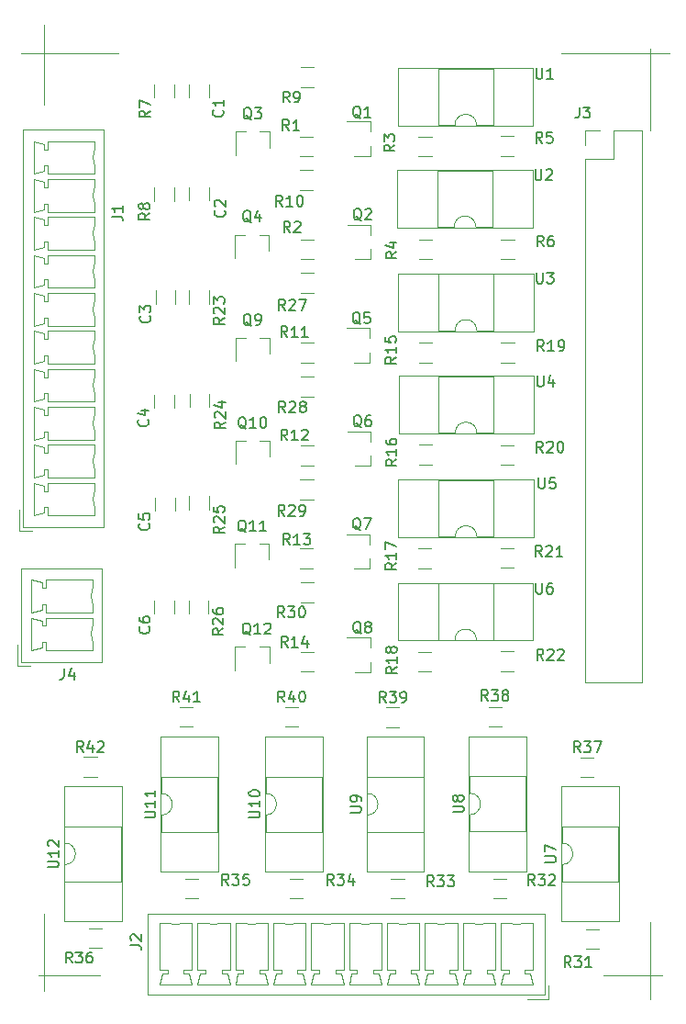
<source format=gbr>
G04 #@! TF.GenerationSoftware,KiCad,Pcbnew,5.1.5+dfsg1-2build2*
G04 #@! TF.CreationDate,2022-07-28T19:41:36+02:00*
G04 #@! TF.ProjectId,digital,64696769-7461-46c2-9e6b-696361645f70,rev?*
G04 #@! TF.SameCoordinates,Original*
G04 #@! TF.FileFunction,Legend,Top*
G04 #@! TF.FilePolarity,Positive*
%FSLAX46Y46*%
G04 Gerber Fmt 4.6, Leading zero omitted, Abs format (unit mm)*
G04 Created by KiCad (PCBNEW 5.1.5+dfsg1-2build2) date 2022-07-28 19:41:36*
%MOMM*%
%LPD*%
G04 APERTURE LIST*
%ADD10C,0.120000*%
%ADD11C,0.150000*%
G04 APERTURE END LIST*
D10*
X129275000Y-121850000D02*
X129275000Y-128900000D01*
X124875000Y-126700000D02*
X130325000Y-126700000D01*
X78400000Y-126700000D02*
X72800000Y-126700000D01*
X73275000Y-121025000D02*
X73275000Y-128125000D01*
X80100000Y-41700000D02*
X71150000Y-41700000D01*
X73275000Y-46475000D02*
X73275000Y-39100000D01*
X129275000Y-48800000D02*
X129275000Y-41300000D01*
X121025000Y-41700000D02*
X131000000Y-41700000D01*
X124502064Y-122465000D02*
X123297936Y-122465000D01*
X124502064Y-124285000D02*
X123297936Y-124285000D01*
X122810436Y-108435000D02*
X124014564Y-108435000D01*
X122810436Y-106615000D02*
X124014564Y-106615000D01*
X121020000Y-109285000D02*
X121020000Y-121755000D01*
X126340000Y-109285000D02*
X121020000Y-109285000D01*
X126340000Y-121755000D02*
X126340000Y-109285000D01*
X121020000Y-121755000D02*
X126340000Y-121755000D01*
X121080000Y-112985000D02*
X121080000Y-114520000D01*
X126280000Y-112985000D02*
X121080000Y-112985000D01*
X126280000Y-118055000D02*
X126280000Y-112985000D01*
X121080000Y-118055000D02*
X126280000Y-118055000D01*
X121080000Y-116520000D02*
X121080000Y-118055000D01*
X121080000Y-114520000D02*
G75*
G02X121080000Y-116520000I0J-1000000D01*
G01*
X123245000Y-99740000D02*
X128445000Y-99740000D01*
X123245000Y-51420000D02*
X123245000Y-99740000D01*
X128445000Y-48820000D02*
X128445000Y-99740000D01*
X123245000Y-51420000D02*
X125845000Y-51420000D01*
X125845000Y-51420000D02*
X125845000Y-48820000D01*
X125845000Y-48820000D02*
X128445000Y-48820000D01*
X123245000Y-50150000D02*
X123245000Y-48820000D01*
X123245000Y-48820000D02*
X124575000Y-48820000D01*
X88485000Y-45789564D02*
X88485000Y-44585436D01*
X86665000Y-45789564D02*
X86665000Y-44585436D01*
X88485000Y-55289564D02*
X88485000Y-54085436D01*
X86665000Y-55289564D02*
X86665000Y-54085436D01*
X83565000Y-64789564D02*
X83565000Y-63585436D01*
X85385000Y-64789564D02*
X85385000Y-63585436D01*
X83465000Y-74402064D02*
X83465000Y-73197936D01*
X85285000Y-74402064D02*
X85285000Y-73197936D01*
X85335000Y-83889564D02*
X85335000Y-82685436D01*
X83515000Y-83889564D02*
X83515000Y-82685436D01*
X83465000Y-93339564D02*
X83465000Y-92135436D01*
X85285000Y-93339564D02*
X85285000Y-92135436D01*
X70950000Y-85775000D02*
X70950000Y-83775000D01*
X72200000Y-85775000D02*
X70950000Y-85775000D01*
X77950000Y-49825000D02*
X77950000Y-50575000D01*
X73650000Y-49825000D02*
X77950000Y-49825000D01*
X73650000Y-50575000D02*
X73650000Y-49825000D01*
X73300000Y-50575000D02*
X73650000Y-50575000D01*
X73300000Y-50075000D02*
X73300000Y-50575000D01*
X72300000Y-49825000D02*
X73300000Y-50075000D01*
X72300000Y-52825000D02*
X72300000Y-49825000D01*
X73300000Y-52575000D02*
X72300000Y-52825000D01*
X73300000Y-52075000D02*
X73300000Y-52575000D01*
X73650000Y-52075000D02*
X73300000Y-52075000D01*
X73650000Y-52825000D02*
X73650000Y-52075000D01*
X77950000Y-52825000D02*
X73650000Y-52825000D01*
X77950000Y-52075000D02*
X77950000Y-52825000D01*
X77950000Y-53325000D02*
X77950000Y-54075000D01*
X73650000Y-53325000D02*
X77950000Y-53325000D01*
X73650000Y-54075000D02*
X73650000Y-53325000D01*
X73300000Y-54075000D02*
X73650000Y-54075000D01*
X73300000Y-53575000D02*
X73300000Y-54075000D01*
X72300000Y-53325000D02*
X73300000Y-53575000D01*
X72300000Y-56325000D02*
X72300000Y-53325000D01*
X73300000Y-56075000D02*
X72300000Y-56325000D01*
X73300000Y-55575000D02*
X73300000Y-56075000D01*
X73650000Y-55575000D02*
X73300000Y-55575000D01*
X73650000Y-56325000D02*
X73650000Y-55575000D01*
X77950000Y-56325000D02*
X73650000Y-56325000D01*
X77950000Y-55575000D02*
X77950000Y-56325000D01*
X77950000Y-56825000D02*
X77950000Y-57575000D01*
X73650000Y-56825000D02*
X77950000Y-56825000D01*
X73650000Y-57575000D02*
X73650000Y-56825000D01*
X73300000Y-57575000D02*
X73650000Y-57575000D01*
X73300000Y-57075000D02*
X73300000Y-57575000D01*
X72300000Y-56825000D02*
X73300000Y-57075000D01*
X72300000Y-59825000D02*
X72300000Y-56825000D01*
X73300000Y-59575000D02*
X72300000Y-59825000D01*
X73300000Y-59075000D02*
X73300000Y-59575000D01*
X73650000Y-59075000D02*
X73300000Y-59075000D01*
X73650000Y-59825000D02*
X73650000Y-59075000D01*
X77950000Y-59825000D02*
X73650000Y-59825000D01*
X77950000Y-59075000D02*
X77950000Y-59825000D01*
X77950000Y-60325000D02*
X77950000Y-61075000D01*
X73650000Y-60325000D02*
X77950000Y-60325000D01*
X73650000Y-61075000D02*
X73650000Y-60325000D01*
X73300000Y-61075000D02*
X73650000Y-61075000D01*
X73300000Y-60575000D02*
X73300000Y-61075000D01*
X72300000Y-60325000D02*
X73300000Y-60575000D01*
X72300000Y-63325000D02*
X72300000Y-60325000D01*
X73300000Y-63075000D02*
X72300000Y-63325000D01*
X73300000Y-62575000D02*
X73300000Y-63075000D01*
X73650000Y-62575000D02*
X73300000Y-62575000D01*
X73650000Y-63325000D02*
X73650000Y-62575000D01*
X77950000Y-63325000D02*
X73650000Y-63325000D01*
X77950000Y-62575000D02*
X77950000Y-63325000D01*
X77950000Y-63825000D02*
X77950000Y-64575000D01*
X73650000Y-63825000D02*
X77950000Y-63825000D01*
X73650000Y-64575000D02*
X73650000Y-63825000D01*
X73300000Y-64575000D02*
X73650000Y-64575000D01*
X73300000Y-64075000D02*
X73300000Y-64575000D01*
X72300000Y-63825000D02*
X73300000Y-64075000D01*
X72300000Y-66825000D02*
X72300000Y-63825000D01*
X73300000Y-66575000D02*
X72300000Y-66825000D01*
X73300000Y-66075000D02*
X73300000Y-66575000D01*
X73650000Y-66075000D02*
X73300000Y-66075000D01*
X73650000Y-66825000D02*
X73650000Y-66075000D01*
X77950000Y-66825000D02*
X73650000Y-66825000D01*
X77950000Y-66075000D02*
X77950000Y-66825000D01*
X77950000Y-67325000D02*
X77950000Y-68075000D01*
X73650000Y-67325000D02*
X77950000Y-67325000D01*
X73650000Y-68075000D02*
X73650000Y-67325000D01*
X73300000Y-68075000D02*
X73650000Y-68075000D01*
X73300000Y-67575000D02*
X73300000Y-68075000D01*
X72300000Y-67325000D02*
X73300000Y-67575000D01*
X72300000Y-70325000D02*
X72300000Y-67325000D01*
X73300000Y-70075000D02*
X72300000Y-70325000D01*
X73300000Y-69575000D02*
X73300000Y-70075000D01*
X73650000Y-69575000D02*
X73300000Y-69575000D01*
X73650000Y-70325000D02*
X73650000Y-69575000D01*
X77950000Y-70325000D02*
X73650000Y-70325000D01*
X77950000Y-69575000D02*
X77950000Y-70325000D01*
X77950000Y-70825000D02*
X77950000Y-71575000D01*
X73650000Y-70825000D02*
X77950000Y-70825000D01*
X73650000Y-71575000D02*
X73650000Y-70825000D01*
X73300000Y-71575000D02*
X73650000Y-71575000D01*
X73300000Y-71075000D02*
X73300000Y-71575000D01*
X72300000Y-70825000D02*
X73300000Y-71075000D01*
X72300000Y-73825000D02*
X72300000Y-70825000D01*
X73300000Y-73575000D02*
X72300000Y-73825000D01*
X73300000Y-73075000D02*
X73300000Y-73575000D01*
X73650000Y-73075000D02*
X73300000Y-73075000D01*
X73650000Y-73825000D02*
X73650000Y-73075000D01*
X77950000Y-73825000D02*
X73650000Y-73825000D01*
X77950000Y-73075000D02*
X77950000Y-73825000D01*
X77950000Y-74325000D02*
X77950000Y-75075000D01*
X73650000Y-74325000D02*
X77950000Y-74325000D01*
X73650000Y-75075000D02*
X73650000Y-74325000D01*
X73300000Y-75075000D02*
X73650000Y-75075000D01*
X73300000Y-74575000D02*
X73300000Y-75075000D01*
X72300000Y-74325000D02*
X73300000Y-74575000D01*
X72300000Y-77325000D02*
X72300000Y-74325000D01*
X73300000Y-77075000D02*
X72300000Y-77325000D01*
X73300000Y-76575000D02*
X73300000Y-77075000D01*
X73650000Y-76575000D02*
X73300000Y-76575000D01*
X73650000Y-77325000D02*
X73650000Y-76575000D01*
X77950000Y-77325000D02*
X73650000Y-77325000D01*
X77950000Y-76575000D02*
X77950000Y-77325000D01*
X77950000Y-77825000D02*
X77950000Y-78575000D01*
X73650000Y-77825000D02*
X77950000Y-77825000D01*
X73650000Y-78575000D02*
X73650000Y-77825000D01*
X73300000Y-78575000D02*
X73650000Y-78575000D01*
X73300000Y-78075000D02*
X73300000Y-78575000D01*
X72300000Y-77825000D02*
X73300000Y-78075000D01*
X72300000Y-80825000D02*
X72300000Y-77825000D01*
X73300000Y-80575000D02*
X72300000Y-80825000D01*
X73300000Y-80075000D02*
X73300000Y-80575000D01*
X73650000Y-80075000D02*
X73300000Y-80075000D01*
X73650000Y-80825000D02*
X73650000Y-80075000D01*
X77950000Y-80825000D02*
X73650000Y-80825000D01*
X77950000Y-80075000D02*
X77950000Y-80825000D01*
X77950000Y-81325000D02*
X77950000Y-82075000D01*
X73650000Y-81325000D02*
X77950000Y-81325000D01*
X73650000Y-82075000D02*
X73650000Y-81325000D01*
X73300000Y-82075000D02*
X73650000Y-82075000D01*
X73300000Y-81575000D02*
X73300000Y-82075000D01*
X72300000Y-81325000D02*
X73300000Y-81575000D01*
X72300000Y-84325000D02*
X72300000Y-81325000D01*
X73300000Y-84075000D02*
X72300000Y-84325000D01*
X73300000Y-83575000D02*
X73300000Y-84075000D01*
X73650000Y-83575000D02*
X73300000Y-83575000D01*
X73650000Y-84325000D02*
X73650000Y-83575000D01*
X77950000Y-84325000D02*
X73650000Y-84325000D01*
X77950000Y-83575000D02*
X77950000Y-84325000D01*
X71340000Y-48765000D02*
X71340000Y-85385000D01*
X78810000Y-48765000D02*
X71340000Y-48765000D01*
X78810000Y-85385000D02*
X78810000Y-48765000D01*
X71340000Y-85385000D02*
X78810000Y-85385000D01*
X77949845Y-50575353D02*
G75*
G03X77950000Y-52075000I1700155J-749647D01*
G01*
X77949845Y-54075353D02*
G75*
G03X77950000Y-55575000I1700155J-749647D01*
G01*
X77949845Y-57575353D02*
G75*
G03X77950000Y-59075000I1700155J-749647D01*
G01*
X77949845Y-61075353D02*
G75*
G03X77950000Y-62575000I1700155J-749647D01*
G01*
X77949845Y-64575353D02*
G75*
G03X77950000Y-66075000I1700155J-749647D01*
G01*
X77949845Y-68075353D02*
G75*
G03X77950000Y-69575000I1700155J-749647D01*
G01*
X77949845Y-71575353D02*
G75*
G03X77950000Y-73075000I1700155J-749647D01*
G01*
X77949845Y-75075353D02*
G75*
G03X77950000Y-76575000I1700155J-749647D01*
G01*
X77949845Y-78575353D02*
G75*
G03X77950000Y-80075000I1700155J-749647D01*
G01*
X77949845Y-82075353D02*
G75*
G03X77950000Y-83575000I1700155J-749647D01*
G01*
X116175353Y-121900155D02*
G75*
G03X117675000Y-121900000I749647J1700155D01*
G01*
X112675353Y-121900155D02*
G75*
G03X114175000Y-121900000I749647J1700155D01*
G01*
X109175353Y-121900155D02*
G75*
G03X110675000Y-121900000I749647J1700155D01*
G01*
X105675353Y-121900155D02*
G75*
G03X107175000Y-121900000I749647J1700155D01*
G01*
X102175353Y-121900155D02*
G75*
G03X103675000Y-121900000I749647J1700155D01*
G01*
X98675353Y-121900155D02*
G75*
G03X100175000Y-121900000I749647J1700155D01*
G01*
X95175353Y-121900155D02*
G75*
G03X96675000Y-121900000I749647J1700155D01*
G01*
X91675353Y-121900155D02*
G75*
G03X93175000Y-121900000I749647J1700155D01*
G01*
X88175353Y-121900155D02*
G75*
G03X89675000Y-121900000I749647J1700155D01*
G01*
X84675353Y-121900155D02*
G75*
G03X86175000Y-121900000I749647J1700155D01*
G01*
X119485000Y-128510000D02*
X119485000Y-121040000D01*
X119485000Y-121040000D02*
X82865000Y-121040000D01*
X82865000Y-121040000D02*
X82865000Y-128510000D01*
X82865000Y-128510000D02*
X119485000Y-128510000D01*
X117675000Y-121900000D02*
X118425000Y-121900000D01*
X118425000Y-121900000D02*
X118425000Y-126200000D01*
X118425000Y-126200000D02*
X117675000Y-126200000D01*
X117675000Y-126200000D02*
X117675000Y-126550000D01*
X117675000Y-126550000D02*
X118175000Y-126550000D01*
X118175000Y-126550000D02*
X118425000Y-127550000D01*
X118425000Y-127550000D02*
X115425000Y-127550000D01*
X115425000Y-127550000D02*
X115675000Y-126550000D01*
X115675000Y-126550000D02*
X116175000Y-126550000D01*
X116175000Y-126550000D02*
X116175000Y-126200000D01*
X116175000Y-126200000D02*
X115425000Y-126200000D01*
X115425000Y-126200000D02*
X115425000Y-121900000D01*
X115425000Y-121900000D02*
X116175000Y-121900000D01*
X114175000Y-121900000D02*
X114925000Y-121900000D01*
X114925000Y-121900000D02*
X114925000Y-126200000D01*
X114925000Y-126200000D02*
X114175000Y-126200000D01*
X114175000Y-126200000D02*
X114175000Y-126550000D01*
X114175000Y-126550000D02*
X114675000Y-126550000D01*
X114675000Y-126550000D02*
X114925000Y-127550000D01*
X114925000Y-127550000D02*
X111925000Y-127550000D01*
X111925000Y-127550000D02*
X112175000Y-126550000D01*
X112175000Y-126550000D02*
X112675000Y-126550000D01*
X112675000Y-126550000D02*
X112675000Y-126200000D01*
X112675000Y-126200000D02*
X111925000Y-126200000D01*
X111925000Y-126200000D02*
X111925000Y-121900000D01*
X111925000Y-121900000D02*
X112675000Y-121900000D01*
X110675000Y-121900000D02*
X111425000Y-121900000D01*
X111425000Y-121900000D02*
X111425000Y-126200000D01*
X111425000Y-126200000D02*
X110675000Y-126200000D01*
X110675000Y-126200000D02*
X110675000Y-126550000D01*
X110675000Y-126550000D02*
X111175000Y-126550000D01*
X111175000Y-126550000D02*
X111425000Y-127550000D01*
X111425000Y-127550000D02*
X108425000Y-127550000D01*
X108425000Y-127550000D02*
X108675000Y-126550000D01*
X108675000Y-126550000D02*
X109175000Y-126550000D01*
X109175000Y-126550000D02*
X109175000Y-126200000D01*
X109175000Y-126200000D02*
X108425000Y-126200000D01*
X108425000Y-126200000D02*
X108425000Y-121900000D01*
X108425000Y-121900000D02*
X109175000Y-121900000D01*
X107175000Y-121900000D02*
X107925000Y-121900000D01*
X107925000Y-121900000D02*
X107925000Y-126200000D01*
X107925000Y-126200000D02*
X107175000Y-126200000D01*
X107175000Y-126200000D02*
X107175000Y-126550000D01*
X107175000Y-126550000D02*
X107675000Y-126550000D01*
X107675000Y-126550000D02*
X107925000Y-127550000D01*
X107925000Y-127550000D02*
X104925000Y-127550000D01*
X104925000Y-127550000D02*
X105175000Y-126550000D01*
X105175000Y-126550000D02*
X105675000Y-126550000D01*
X105675000Y-126550000D02*
X105675000Y-126200000D01*
X105675000Y-126200000D02*
X104925000Y-126200000D01*
X104925000Y-126200000D02*
X104925000Y-121900000D01*
X104925000Y-121900000D02*
X105675000Y-121900000D01*
X103675000Y-121900000D02*
X104425000Y-121900000D01*
X104425000Y-121900000D02*
X104425000Y-126200000D01*
X104425000Y-126200000D02*
X103675000Y-126200000D01*
X103675000Y-126200000D02*
X103675000Y-126550000D01*
X103675000Y-126550000D02*
X104175000Y-126550000D01*
X104175000Y-126550000D02*
X104425000Y-127550000D01*
X104425000Y-127550000D02*
X101425000Y-127550000D01*
X101425000Y-127550000D02*
X101675000Y-126550000D01*
X101675000Y-126550000D02*
X102175000Y-126550000D01*
X102175000Y-126550000D02*
X102175000Y-126200000D01*
X102175000Y-126200000D02*
X101425000Y-126200000D01*
X101425000Y-126200000D02*
X101425000Y-121900000D01*
X101425000Y-121900000D02*
X102175000Y-121900000D01*
X100175000Y-121900000D02*
X100925000Y-121900000D01*
X100925000Y-121900000D02*
X100925000Y-126200000D01*
X100925000Y-126200000D02*
X100175000Y-126200000D01*
X100175000Y-126200000D02*
X100175000Y-126550000D01*
X100175000Y-126550000D02*
X100675000Y-126550000D01*
X100675000Y-126550000D02*
X100925000Y-127550000D01*
X100925000Y-127550000D02*
X97925000Y-127550000D01*
X97925000Y-127550000D02*
X98175000Y-126550000D01*
X98175000Y-126550000D02*
X98675000Y-126550000D01*
X98675000Y-126550000D02*
X98675000Y-126200000D01*
X98675000Y-126200000D02*
X97925000Y-126200000D01*
X97925000Y-126200000D02*
X97925000Y-121900000D01*
X97925000Y-121900000D02*
X98675000Y-121900000D01*
X96675000Y-121900000D02*
X97425000Y-121900000D01*
X97425000Y-121900000D02*
X97425000Y-126200000D01*
X97425000Y-126200000D02*
X96675000Y-126200000D01*
X96675000Y-126200000D02*
X96675000Y-126550000D01*
X96675000Y-126550000D02*
X97175000Y-126550000D01*
X97175000Y-126550000D02*
X97425000Y-127550000D01*
X97425000Y-127550000D02*
X94425000Y-127550000D01*
X94425000Y-127550000D02*
X94675000Y-126550000D01*
X94675000Y-126550000D02*
X95175000Y-126550000D01*
X95175000Y-126550000D02*
X95175000Y-126200000D01*
X95175000Y-126200000D02*
X94425000Y-126200000D01*
X94425000Y-126200000D02*
X94425000Y-121900000D01*
X94425000Y-121900000D02*
X95175000Y-121900000D01*
X93175000Y-121900000D02*
X93925000Y-121900000D01*
X93925000Y-121900000D02*
X93925000Y-126200000D01*
X93925000Y-126200000D02*
X93175000Y-126200000D01*
X93175000Y-126200000D02*
X93175000Y-126550000D01*
X93175000Y-126550000D02*
X93675000Y-126550000D01*
X93675000Y-126550000D02*
X93925000Y-127550000D01*
X93925000Y-127550000D02*
X90925000Y-127550000D01*
X90925000Y-127550000D02*
X91175000Y-126550000D01*
X91175000Y-126550000D02*
X91675000Y-126550000D01*
X91675000Y-126550000D02*
X91675000Y-126200000D01*
X91675000Y-126200000D02*
X90925000Y-126200000D01*
X90925000Y-126200000D02*
X90925000Y-121900000D01*
X90925000Y-121900000D02*
X91675000Y-121900000D01*
X89675000Y-121900000D02*
X90425000Y-121900000D01*
X90425000Y-121900000D02*
X90425000Y-126200000D01*
X90425000Y-126200000D02*
X89675000Y-126200000D01*
X89675000Y-126200000D02*
X89675000Y-126550000D01*
X89675000Y-126550000D02*
X90175000Y-126550000D01*
X90175000Y-126550000D02*
X90425000Y-127550000D01*
X90425000Y-127550000D02*
X87425000Y-127550000D01*
X87425000Y-127550000D02*
X87675000Y-126550000D01*
X87675000Y-126550000D02*
X88175000Y-126550000D01*
X88175000Y-126550000D02*
X88175000Y-126200000D01*
X88175000Y-126200000D02*
X87425000Y-126200000D01*
X87425000Y-126200000D02*
X87425000Y-121900000D01*
X87425000Y-121900000D02*
X88175000Y-121900000D01*
X86175000Y-121900000D02*
X86925000Y-121900000D01*
X86925000Y-121900000D02*
X86925000Y-126200000D01*
X86925000Y-126200000D02*
X86175000Y-126200000D01*
X86175000Y-126200000D02*
X86175000Y-126550000D01*
X86175000Y-126550000D02*
X86675000Y-126550000D01*
X86675000Y-126550000D02*
X86925000Y-127550000D01*
X86925000Y-127550000D02*
X83925000Y-127550000D01*
X83925000Y-127550000D02*
X84175000Y-126550000D01*
X84175000Y-126550000D02*
X84675000Y-126550000D01*
X84675000Y-126550000D02*
X84675000Y-126200000D01*
X84675000Y-126200000D02*
X83925000Y-126200000D01*
X83925000Y-126200000D02*
X83925000Y-121900000D01*
X83925000Y-121900000D02*
X84675000Y-121900000D01*
X119875000Y-127650000D02*
X119875000Y-128900000D01*
X119875000Y-128900000D02*
X117875000Y-128900000D01*
X77774845Y-94500353D02*
G75*
G03X77775000Y-96000000I1700155J-749647D01*
G01*
X77774845Y-91000353D02*
G75*
G03X77775000Y-92500000I1700155J-749647D01*
G01*
X71165000Y-97810000D02*
X78635000Y-97810000D01*
X78635000Y-97810000D02*
X78635000Y-89190000D01*
X78635000Y-89190000D02*
X71165000Y-89190000D01*
X71165000Y-89190000D02*
X71165000Y-97810000D01*
X77775000Y-96000000D02*
X77775000Y-96750000D01*
X77775000Y-96750000D02*
X73475000Y-96750000D01*
X73475000Y-96750000D02*
X73475000Y-96000000D01*
X73475000Y-96000000D02*
X73125000Y-96000000D01*
X73125000Y-96000000D02*
X73125000Y-96500000D01*
X73125000Y-96500000D02*
X72125000Y-96750000D01*
X72125000Y-96750000D02*
X72125000Y-93750000D01*
X72125000Y-93750000D02*
X73125000Y-94000000D01*
X73125000Y-94000000D02*
X73125000Y-94500000D01*
X73125000Y-94500000D02*
X73475000Y-94500000D01*
X73475000Y-94500000D02*
X73475000Y-93750000D01*
X73475000Y-93750000D02*
X77775000Y-93750000D01*
X77775000Y-93750000D02*
X77775000Y-94500000D01*
X77775000Y-92500000D02*
X77775000Y-93250000D01*
X77775000Y-93250000D02*
X73475000Y-93250000D01*
X73475000Y-93250000D02*
X73475000Y-92500000D01*
X73475000Y-92500000D02*
X73125000Y-92500000D01*
X73125000Y-92500000D02*
X73125000Y-93000000D01*
X73125000Y-93000000D02*
X72125000Y-93250000D01*
X72125000Y-93250000D02*
X72125000Y-90250000D01*
X72125000Y-90250000D02*
X73125000Y-90500000D01*
X73125000Y-90500000D02*
X73125000Y-91000000D01*
X73125000Y-91000000D02*
X73475000Y-91000000D01*
X73475000Y-91000000D02*
X73475000Y-90250000D01*
X73475000Y-90250000D02*
X77775000Y-90250000D01*
X77775000Y-90250000D02*
X77775000Y-91000000D01*
X72025000Y-98200000D02*
X70775000Y-98200000D01*
X70775000Y-98200000D02*
X70775000Y-96200000D01*
X103382800Y-51168440D02*
X101922800Y-51168440D01*
X103382800Y-48008440D02*
X101222800Y-48008440D01*
X103382800Y-48008440D02*
X103382800Y-48938440D01*
X103382800Y-51168440D02*
X103382800Y-50238440D01*
X103435000Y-60680000D02*
X101975000Y-60680000D01*
X103435000Y-57520000D02*
X101275000Y-57520000D01*
X103435000Y-57520000D02*
X103435000Y-58450000D01*
X103435000Y-60680000D02*
X103435000Y-59750000D01*
X94105000Y-48941000D02*
X93175000Y-48941000D01*
X90945000Y-48941000D02*
X91875000Y-48941000D01*
X90945000Y-48941000D02*
X90945000Y-51101000D01*
X94105000Y-48941000D02*
X94105000Y-50401000D01*
X94055000Y-58440000D02*
X93125000Y-58440000D01*
X90895000Y-58440000D02*
X91825000Y-58440000D01*
X90895000Y-58440000D02*
X90895000Y-60600000D01*
X94055000Y-58440000D02*
X94055000Y-59900000D01*
X103335000Y-70230000D02*
X103335000Y-69300000D01*
X103335000Y-67070000D02*
X103335000Y-68000000D01*
X103335000Y-67070000D02*
X101175000Y-67070000D01*
X103335000Y-70230000D02*
X101875000Y-70230000D01*
X103435000Y-79730000D02*
X103435000Y-78800000D01*
X103435000Y-76570000D02*
X103435000Y-77500000D01*
X103435000Y-76570000D02*
X101275000Y-76570000D01*
X103435000Y-79730000D02*
X101975000Y-79730000D01*
X103360000Y-89205000D02*
X103360000Y-88275000D01*
X103360000Y-86045000D02*
X103360000Y-86975000D01*
X103360000Y-86045000D02*
X101200000Y-86045000D01*
X103360000Y-89205000D02*
X101900000Y-89205000D01*
X103410000Y-98755000D02*
X103410000Y-97825000D01*
X103410000Y-95595000D02*
X103410000Y-96525000D01*
X103410000Y-95595000D02*
X101250000Y-95595000D01*
X103410000Y-98755000D02*
X101950000Y-98755000D01*
X94105000Y-67940000D02*
X94105000Y-69400000D01*
X90945000Y-67940000D02*
X90945000Y-70100000D01*
X90945000Y-67940000D02*
X91875000Y-67940000D01*
X94105000Y-67940000D02*
X93175000Y-67940000D01*
X94105000Y-77440000D02*
X94105000Y-78900000D01*
X90945000Y-77440000D02*
X90945000Y-79600000D01*
X90945000Y-77440000D02*
X91875000Y-77440000D01*
X94105000Y-77440000D02*
X93175000Y-77440000D01*
X94055000Y-86940000D02*
X94055000Y-88400000D01*
X90895000Y-86940000D02*
X90895000Y-89100000D01*
X90895000Y-86940000D02*
X91825000Y-86940000D01*
X94055000Y-86940000D02*
X93125000Y-86940000D01*
X94080000Y-96440000D02*
X94080000Y-97900000D01*
X90920000Y-96440000D02*
X90920000Y-98600000D01*
X90920000Y-96440000D02*
X91850000Y-96440000D01*
X94080000Y-96440000D02*
X93150000Y-96440000D01*
X98089564Y-49390000D02*
X96885436Y-49390000D01*
X98089564Y-51210000D02*
X96885436Y-51210000D01*
X98189564Y-58890000D02*
X96985436Y-58890000D01*
X98189564Y-60710000D02*
X96985436Y-60710000D01*
X107838096Y-51214760D02*
X109042224Y-51214760D01*
X107838096Y-49394760D02*
X109042224Y-49394760D01*
X107885436Y-58890000D02*
X109089564Y-58890000D01*
X107885436Y-60710000D02*
X109089564Y-60710000D01*
X116617444Y-51189360D02*
X115413316Y-51189360D01*
X116617444Y-49369360D02*
X115413316Y-49369360D01*
X116664564Y-60710000D02*
X115460436Y-60710000D01*
X116664564Y-58890000D02*
X115460436Y-58890000D01*
X85285000Y-45789564D02*
X85285000Y-44585436D01*
X83465000Y-45789564D02*
X83465000Y-44585436D01*
X85285000Y-55314564D02*
X85285000Y-54110436D01*
X83465000Y-55314564D02*
X83465000Y-54110436D01*
X98164564Y-44810000D02*
X96960436Y-44810000D01*
X98164564Y-42990000D02*
X96960436Y-42990000D01*
X98089564Y-54310000D02*
X96885436Y-54310000D01*
X98089564Y-52490000D02*
X96885436Y-52490000D01*
X98164564Y-68390000D02*
X96960436Y-68390000D01*
X98164564Y-70210000D02*
X96960436Y-70210000D01*
X98164564Y-77890000D02*
X96960436Y-77890000D01*
X98164564Y-79710000D02*
X96960436Y-79710000D01*
X98102064Y-87390000D02*
X96897936Y-87390000D01*
X98102064Y-89210000D02*
X96897936Y-89210000D01*
X98164564Y-98735000D02*
X96960436Y-98735000D01*
X98164564Y-96915000D02*
X96960436Y-96915000D01*
X107872936Y-68390000D02*
X109077064Y-68390000D01*
X107872936Y-70210000D02*
X109077064Y-70210000D01*
X107860436Y-79610000D02*
X109064564Y-79610000D01*
X107860436Y-77790000D02*
X109064564Y-77790000D01*
X107822936Y-89185000D02*
X109027064Y-89185000D01*
X107822936Y-87365000D02*
X109027064Y-87365000D01*
X107810436Y-98735000D02*
X109014564Y-98735000D01*
X107810436Y-96915000D02*
X109014564Y-96915000D01*
X116664564Y-70210000D02*
X115460436Y-70210000D01*
X116664564Y-68390000D02*
X115460436Y-68390000D01*
X116627064Y-79660000D02*
X115422936Y-79660000D01*
X116627064Y-77840000D02*
X115422936Y-77840000D01*
X116627064Y-89160000D02*
X115422936Y-89160000D01*
X116627064Y-87340000D02*
X115422936Y-87340000D01*
X116639564Y-96840000D02*
X115435436Y-96840000D01*
X116639564Y-98660000D02*
X115435436Y-98660000D01*
X88485000Y-64789564D02*
X88485000Y-63585436D01*
X86665000Y-64789564D02*
X86665000Y-63585436D01*
X86715000Y-74339564D02*
X86715000Y-73135436D01*
X88535000Y-74339564D02*
X88535000Y-73135436D01*
X86665000Y-83764564D02*
X86665000Y-82560436D01*
X88485000Y-83764564D02*
X88485000Y-82560436D01*
X88460000Y-93339564D02*
X88460000Y-92135436D01*
X86640000Y-93339564D02*
X86640000Y-92135436D01*
X98164564Y-63810000D02*
X96960436Y-63810000D01*
X98164564Y-61990000D02*
X96960436Y-61990000D01*
X98189564Y-73360000D02*
X96985436Y-73360000D01*
X98189564Y-71540000D02*
X96985436Y-71540000D01*
X98127064Y-82835000D02*
X96922936Y-82835000D01*
X98127064Y-81015000D02*
X96922936Y-81015000D01*
X98139564Y-92335000D02*
X96935436Y-92335000D01*
X98139564Y-90515000D02*
X96935436Y-90515000D01*
X115977064Y-119610000D02*
X114772936Y-119610000D01*
X115977064Y-117790000D02*
X114772936Y-117790000D01*
X106514564Y-119635000D02*
X105310436Y-119635000D01*
X106514564Y-117815000D02*
X105310436Y-117815000D01*
X97164564Y-119610000D02*
X95960436Y-119610000D01*
X97164564Y-117790000D02*
X95960436Y-117790000D01*
X87514564Y-119610000D02*
X86310436Y-119610000D01*
X87514564Y-117790000D02*
X86310436Y-117790000D01*
X78589564Y-124210000D02*
X77385436Y-124210000D01*
X78589564Y-122390000D02*
X77385436Y-122390000D01*
X114335436Y-103810000D02*
X115539564Y-103810000D01*
X114335436Y-101990000D02*
X115539564Y-101990000D01*
X104860436Y-103835000D02*
X106064564Y-103835000D01*
X104860436Y-102015000D02*
X106064564Y-102015000D01*
X95510436Y-103810000D02*
X96714564Y-103810000D01*
X95510436Y-101990000D02*
X96714564Y-101990000D01*
X85797936Y-103810000D02*
X87002064Y-103810000D01*
X85797936Y-101990000D02*
X87002064Y-101990000D01*
X76935436Y-108410000D02*
X78139564Y-108410000D01*
X76935436Y-106590000D02*
X78139564Y-106590000D01*
X105966900Y-48408000D02*
X118436900Y-48408000D01*
X105966900Y-43088000D02*
X105966900Y-48408000D01*
X118436900Y-43088000D02*
X105966900Y-43088000D01*
X118436900Y-48408000D02*
X118436900Y-43088000D01*
X109666900Y-48348000D02*
X111201900Y-48348000D01*
X109666900Y-43148000D02*
X109666900Y-48348000D01*
X114736900Y-43148000D02*
X109666900Y-43148000D01*
X114736900Y-48348000D02*
X114736900Y-43148000D01*
X113201900Y-48348000D02*
X114736900Y-48348000D01*
X111201900Y-48348000D02*
G75*
G02X113201900Y-48348000I1000000J0D01*
G01*
X105895000Y-57790000D02*
X118365000Y-57790000D01*
X105895000Y-52470000D02*
X105895000Y-57790000D01*
X118365000Y-52470000D02*
X105895000Y-52470000D01*
X118365000Y-57790000D02*
X118365000Y-52470000D01*
X109595000Y-57730000D02*
X111130000Y-57730000D01*
X109595000Y-52530000D02*
X109595000Y-57730000D01*
X114665000Y-52530000D02*
X109595000Y-52530000D01*
X114665000Y-57730000D02*
X114665000Y-52530000D01*
X113130000Y-57730000D02*
X114665000Y-57730000D01*
X111130000Y-57730000D02*
G75*
G02X113130000Y-57730000I1000000J0D01*
G01*
X111220000Y-67270000D02*
G75*
G02X113220000Y-67270000I1000000J0D01*
G01*
X113220000Y-67270000D02*
X114755000Y-67270000D01*
X114755000Y-67270000D02*
X114755000Y-62070000D01*
X114755000Y-62070000D02*
X109685000Y-62070000D01*
X109685000Y-62070000D02*
X109685000Y-67270000D01*
X109685000Y-67270000D02*
X111220000Y-67270000D01*
X118455000Y-67330000D02*
X118455000Y-62010000D01*
X118455000Y-62010000D02*
X105985000Y-62010000D01*
X105985000Y-62010000D02*
X105985000Y-67330000D01*
X105985000Y-67330000D02*
X118455000Y-67330000D01*
X111230000Y-76720000D02*
G75*
G02X113230000Y-76720000I1000000J0D01*
G01*
X113230000Y-76720000D02*
X114765000Y-76720000D01*
X114765000Y-76720000D02*
X114765000Y-71520000D01*
X114765000Y-71520000D02*
X109695000Y-71520000D01*
X109695000Y-71520000D02*
X109695000Y-76720000D01*
X109695000Y-76720000D02*
X111230000Y-76720000D01*
X118465000Y-76780000D02*
X118465000Y-71460000D01*
X118465000Y-71460000D02*
X105995000Y-71460000D01*
X105995000Y-71460000D02*
X105995000Y-76780000D01*
X105995000Y-76780000D02*
X118465000Y-76780000D01*
X111225000Y-86275000D02*
G75*
G02X113225000Y-86275000I1000000J0D01*
G01*
X113225000Y-86275000D02*
X114760000Y-86275000D01*
X114760000Y-86275000D02*
X114760000Y-81075000D01*
X114760000Y-81075000D02*
X109690000Y-81075000D01*
X109690000Y-81075000D02*
X109690000Y-86275000D01*
X109690000Y-86275000D02*
X111225000Y-86275000D01*
X118460000Y-86335000D02*
X118460000Y-81015000D01*
X118460000Y-81015000D02*
X105990000Y-81015000D01*
X105990000Y-81015000D02*
X105990000Y-86335000D01*
X105990000Y-86335000D02*
X118460000Y-86335000D01*
X105965000Y-95860000D02*
X118435000Y-95860000D01*
X105965000Y-90540000D02*
X105965000Y-95860000D01*
X118435000Y-90540000D02*
X105965000Y-90540000D01*
X118435000Y-95860000D02*
X118435000Y-90540000D01*
X109665000Y-95800000D02*
X111200000Y-95800000D01*
X109665000Y-90600000D02*
X109665000Y-95800000D01*
X114735000Y-90600000D02*
X109665000Y-90600000D01*
X114735000Y-95800000D02*
X114735000Y-90600000D01*
X113200000Y-95800000D02*
X114735000Y-95800000D01*
X111200000Y-95800000D02*
G75*
G02X113200000Y-95800000I1000000J0D01*
G01*
X112495000Y-104685000D02*
X112495000Y-117155000D01*
X117815000Y-104685000D02*
X112495000Y-104685000D01*
X117815000Y-117155000D02*
X117815000Y-104685000D01*
X112495000Y-117155000D02*
X117815000Y-117155000D01*
X112555000Y-108385000D02*
X112555000Y-109920000D01*
X117755000Y-108385000D02*
X112555000Y-108385000D01*
X117755000Y-113455000D02*
X117755000Y-108385000D01*
X112555000Y-113455000D02*
X117755000Y-113455000D01*
X112555000Y-111920000D02*
X112555000Y-113455000D01*
X112555000Y-109920000D02*
G75*
G02X112555000Y-111920000I0J-1000000D01*
G01*
X103099300Y-109945200D02*
G75*
G02X103099300Y-111945200I0J-1000000D01*
G01*
X103099300Y-111945200D02*
X103099300Y-113480200D01*
X103099300Y-113480200D02*
X108299300Y-113480200D01*
X108299300Y-113480200D02*
X108299300Y-108410200D01*
X108299300Y-108410200D02*
X103099300Y-108410200D01*
X103099300Y-108410200D02*
X103099300Y-109945200D01*
X103039300Y-117180200D02*
X108359300Y-117180200D01*
X108359300Y-117180200D02*
X108359300Y-104710200D01*
X108359300Y-104710200D02*
X103039300Y-104710200D01*
X103039300Y-104710200D02*
X103039300Y-117180200D01*
X93730000Y-109945000D02*
G75*
G02X93730000Y-111945000I0J-1000000D01*
G01*
X93730000Y-111945000D02*
X93730000Y-113480000D01*
X93730000Y-113480000D02*
X98930000Y-113480000D01*
X98930000Y-113480000D02*
X98930000Y-108410000D01*
X98930000Y-108410000D02*
X93730000Y-108410000D01*
X93730000Y-108410000D02*
X93730000Y-109945000D01*
X93670000Y-117180000D02*
X98990000Y-117180000D01*
X98990000Y-117180000D02*
X98990000Y-104710000D01*
X98990000Y-104710000D02*
X93670000Y-104710000D01*
X93670000Y-104710000D02*
X93670000Y-117180000D01*
X84041900Y-104723600D02*
X84041900Y-117193600D01*
X89361900Y-104723600D02*
X84041900Y-104723600D01*
X89361900Y-117193600D02*
X89361900Y-104723600D01*
X84041900Y-117193600D02*
X89361900Y-117193600D01*
X84101900Y-108423600D02*
X84101900Y-109958600D01*
X89301900Y-108423600D02*
X84101900Y-108423600D01*
X89301900Y-113493600D02*
X89301900Y-108423600D01*
X84101900Y-113493600D02*
X89301900Y-113493600D01*
X84101900Y-111958600D02*
X84101900Y-113493600D01*
X84101900Y-109958600D02*
G75*
G02X84101900Y-111958600I0J-1000000D01*
G01*
X75170000Y-114520000D02*
G75*
G02X75170000Y-116520000I0J-1000000D01*
G01*
X75170000Y-116520000D02*
X75170000Y-118055000D01*
X75170000Y-118055000D02*
X80370000Y-118055000D01*
X80370000Y-118055000D02*
X80370000Y-112985000D01*
X80370000Y-112985000D02*
X75170000Y-112985000D01*
X75170000Y-112985000D02*
X75170000Y-114520000D01*
X75110000Y-121755000D02*
X80430000Y-121755000D01*
X80430000Y-121755000D02*
X80430000Y-109285000D01*
X80430000Y-109285000D02*
X75110000Y-109285000D01*
X75110000Y-109285000D02*
X75110000Y-121755000D01*
D11*
X121907142Y-125972380D02*
X121573809Y-125496190D01*
X121335714Y-125972380D02*
X121335714Y-124972380D01*
X121716666Y-124972380D01*
X121811904Y-125020000D01*
X121859523Y-125067619D01*
X121907142Y-125162857D01*
X121907142Y-125305714D01*
X121859523Y-125400952D01*
X121811904Y-125448571D01*
X121716666Y-125496190D01*
X121335714Y-125496190D01*
X122240476Y-124972380D02*
X122859523Y-124972380D01*
X122526190Y-125353333D01*
X122669047Y-125353333D01*
X122764285Y-125400952D01*
X122811904Y-125448571D01*
X122859523Y-125543809D01*
X122859523Y-125781904D01*
X122811904Y-125877142D01*
X122764285Y-125924761D01*
X122669047Y-125972380D01*
X122383333Y-125972380D01*
X122288095Y-125924761D01*
X122240476Y-125877142D01*
X123811904Y-125972380D02*
X123240476Y-125972380D01*
X123526190Y-125972380D02*
X123526190Y-124972380D01*
X123430952Y-125115238D01*
X123335714Y-125210476D01*
X123240476Y-125258095D01*
X122769642Y-106157380D02*
X122436309Y-105681190D01*
X122198214Y-106157380D02*
X122198214Y-105157380D01*
X122579166Y-105157380D01*
X122674404Y-105205000D01*
X122722023Y-105252619D01*
X122769642Y-105347857D01*
X122769642Y-105490714D01*
X122722023Y-105585952D01*
X122674404Y-105633571D01*
X122579166Y-105681190D01*
X122198214Y-105681190D01*
X123102976Y-105157380D02*
X123722023Y-105157380D01*
X123388690Y-105538333D01*
X123531547Y-105538333D01*
X123626785Y-105585952D01*
X123674404Y-105633571D01*
X123722023Y-105728809D01*
X123722023Y-105966904D01*
X123674404Y-106062142D01*
X123626785Y-106109761D01*
X123531547Y-106157380D01*
X123245833Y-106157380D01*
X123150595Y-106109761D01*
X123102976Y-106062142D01*
X124055357Y-105157380D02*
X124722023Y-105157380D01*
X124293452Y-106157380D01*
X119532380Y-116281904D02*
X120341904Y-116281904D01*
X120437142Y-116234285D01*
X120484761Y-116186666D01*
X120532380Y-116091428D01*
X120532380Y-115900952D01*
X120484761Y-115805714D01*
X120437142Y-115758095D01*
X120341904Y-115710476D01*
X119532380Y-115710476D01*
X119532380Y-115329523D02*
X119532380Y-114662857D01*
X120532380Y-115091428D01*
X122676666Y-46682380D02*
X122676666Y-47396666D01*
X122629047Y-47539523D01*
X122533809Y-47634761D01*
X122390952Y-47682380D01*
X122295714Y-47682380D01*
X123057619Y-46682380D02*
X123676666Y-46682380D01*
X123343333Y-47063333D01*
X123486190Y-47063333D01*
X123581428Y-47110952D01*
X123629047Y-47158571D01*
X123676666Y-47253809D01*
X123676666Y-47491904D01*
X123629047Y-47587142D01*
X123581428Y-47634761D01*
X123486190Y-47682380D01*
X123200476Y-47682380D01*
X123105238Y-47634761D01*
X123057619Y-47587142D01*
X89747142Y-46946666D02*
X89794761Y-46994285D01*
X89842380Y-47137142D01*
X89842380Y-47232380D01*
X89794761Y-47375238D01*
X89699523Y-47470476D01*
X89604285Y-47518095D01*
X89413809Y-47565714D01*
X89270952Y-47565714D01*
X89080476Y-47518095D01*
X88985238Y-47470476D01*
X88890000Y-47375238D01*
X88842380Y-47232380D01*
X88842380Y-47137142D01*
X88890000Y-46994285D01*
X88937619Y-46946666D01*
X89842380Y-45994285D02*
X89842380Y-46565714D01*
X89842380Y-46280000D02*
X88842380Y-46280000D01*
X88985238Y-46375238D01*
X89080476Y-46470476D01*
X89128095Y-46565714D01*
X89907142Y-56206666D02*
X89954761Y-56254285D01*
X90002380Y-56397142D01*
X90002380Y-56492380D01*
X89954761Y-56635238D01*
X89859523Y-56730476D01*
X89764285Y-56778095D01*
X89573809Y-56825714D01*
X89430952Y-56825714D01*
X89240476Y-56778095D01*
X89145238Y-56730476D01*
X89050000Y-56635238D01*
X89002380Y-56492380D01*
X89002380Y-56397142D01*
X89050000Y-56254285D01*
X89097619Y-56206666D01*
X89097619Y-55825714D02*
X89050000Y-55778095D01*
X89002380Y-55682857D01*
X89002380Y-55444761D01*
X89050000Y-55349523D01*
X89097619Y-55301904D01*
X89192857Y-55254285D01*
X89288095Y-55254285D01*
X89430952Y-55301904D01*
X90002380Y-55873333D01*
X90002380Y-55254285D01*
X83017142Y-65926666D02*
X83064761Y-65974285D01*
X83112380Y-66117142D01*
X83112380Y-66212380D01*
X83064761Y-66355238D01*
X82969523Y-66450476D01*
X82874285Y-66498095D01*
X82683809Y-66545714D01*
X82540952Y-66545714D01*
X82350476Y-66498095D01*
X82255238Y-66450476D01*
X82160000Y-66355238D01*
X82112380Y-66212380D01*
X82112380Y-66117142D01*
X82160000Y-65974285D01*
X82207619Y-65926666D01*
X82112380Y-65593333D02*
X82112380Y-64974285D01*
X82493333Y-65307619D01*
X82493333Y-65164761D01*
X82540952Y-65069523D01*
X82588571Y-65021904D01*
X82683809Y-64974285D01*
X82921904Y-64974285D01*
X83017142Y-65021904D01*
X83064761Y-65069523D01*
X83112380Y-65164761D01*
X83112380Y-65450476D01*
X83064761Y-65545714D01*
X83017142Y-65593333D01*
X82837142Y-75486666D02*
X82884761Y-75534285D01*
X82932380Y-75677142D01*
X82932380Y-75772380D01*
X82884761Y-75915238D01*
X82789523Y-76010476D01*
X82694285Y-76058095D01*
X82503809Y-76105714D01*
X82360952Y-76105714D01*
X82170476Y-76058095D01*
X82075238Y-76010476D01*
X81980000Y-75915238D01*
X81932380Y-75772380D01*
X81932380Y-75677142D01*
X81980000Y-75534285D01*
X82027619Y-75486666D01*
X82265714Y-74629523D02*
X82932380Y-74629523D01*
X81884761Y-74867619D02*
X82599047Y-75105714D01*
X82599047Y-74486666D01*
X82917142Y-85076666D02*
X82964761Y-85124285D01*
X83012380Y-85267142D01*
X83012380Y-85362380D01*
X82964761Y-85505238D01*
X82869523Y-85600476D01*
X82774285Y-85648095D01*
X82583809Y-85695714D01*
X82440952Y-85695714D01*
X82250476Y-85648095D01*
X82155238Y-85600476D01*
X82060000Y-85505238D01*
X82012380Y-85362380D01*
X82012380Y-85267142D01*
X82060000Y-85124285D01*
X82107619Y-85076666D01*
X82012380Y-84171904D02*
X82012380Y-84648095D01*
X82488571Y-84695714D01*
X82440952Y-84648095D01*
X82393333Y-84552857D01*
X82393333Y-84314761D01*
X82440952Y-84219523D01*
X82488571Y-84171904D01*
X82583809Y-84124285D01*
X82821904Y-84124285D01*
X82917142Y-84171904D01*
X82964761Y-84219523D01*
X83012380Y-84314761D01*
X83012380Y-84552857D01*
X82964761Y-84648095D01*
X82917142Y-84695714D01*
X82947142Y-94576666D02*
X82994761Y-94624285D01*
X83042380Y-94767142D01*
X83042380Y-94862380D01*
X82994761Y-95005238D01*
X82899523Y-95100476D01*
X82804285Y-95148095D01*
X82613809Y-95195714D01*
X82470952Y-95195714D01*
X82280476Y-95148095D01*
X82185238Y-95100476D01*
X82090000Y-95005238D01*
X82042380Y-94862380D01*
X82042380Y-94767142D01*
X82090000Y-94624285D01*
X82137619Y-94576666D01*
X82042380Y-93719523D02*
X82042380Y-93910000D01*
X82090000Y-94005238D01*
X82137619Y-94052857D01*
X82280476Y-94148095D01*
X82470952Y-94195714D01*
X82851904Y-94195714D01*
X82947142Y-94148095D01*
X82994761Y-94100476D01*
X83042380Y-94005238D01*
X83042380Y-93814761D01*
X82994761Y-93719523D01*
X82947142Y-93671904D01*
X82851904Y-93624285D01*
X82613809Y-93624285D01*
X82518571Y-93671904D01*
X82470952Y-93719523D01*
X82423333Y-93814761D01*
X82423333Y-94005238D01*
X82470952Y-94100476D01*
X82518571Y-94148095D01*
X82613809Y-94195714D01*
X79532380Y-56753333D02*
X80246666Y-56753333D01*
X80389523Y-56800952D01*
X80484761Y-56896190D01*
X80532380Y-57039047D01*
X80532380Y-57134285D01*
X80532380Y-55753333D02*
X80532380Y-56324761D01*
X80532380Y-56039047D02*
X79532380Y-56039047D01*
X79675238Y-56134285D01*
X79770476Y-56229523D01*
X79818095Y-56324761D01*
X81252380Y-123933333D02*
X81966666Y-123933333D01*
X82109523Y-123980952D01*
X82204761Y-124076190D01*
X82252380Y-124219047D01*
X82252380Y-124314285D01*
X81347619Y-123504761D02*
X81300000Y-123457142D01*
X81252380Y-123361904D01*
X81252380Y-123123809D01*
X81300000Y-123028571D01*
X81347619Y-122980952D01*
X81442857Y-122933333D01*
X81538095Y-122933333D01*
X81680952Y-122980952D01*
X82252380Y-123552380D01*
X82252380Y-122933333D01*
X75126666Y-98442380D02*
X75126666Y-99156666D01*
X75079047Y-99299523D01*
X74983809Y-99394761D01*
X74840952Y-99442380D01*
X74745714Y-99442380D01*
X76031428Y-98775714D02*
X76031428Y-99442380D01*
X75793333Y-98394761D02*
X75555238Y-99109047D01*
X76174285Y-99109047D01*
X102514761Y-47697619D02*
X102419523Y-47650000D01*
X102324285Y-47554761D01*
X102181428Y-47411904D01*
X102086190Y-47364285D01*
X101990952Y-47364285D01*
X102038571Y-47602380D02*
X101943333Y-47554761D01*
X101848095Y-47459523D01*
X101800476Y-47269047D01*
X101800476Y-46935714D01*
X101848095Y-46745238D01*
X101943333Y-46650000D01*
X102038571Y-46602380D01*
X102229047Y-46602380D01*
X102324285Y-46650000D01*
X102419523Y-46745238D01*
X102467142Y-46935714D01*
X102467142Y-47269047D01*
X102419523Y-47459523D01*
X102324285Y-47554761D01*
X102229047Y-47602380D01*
X102038571Y-47602380D01*
X103419523Y-47602380D02*
X102848095Y-47602380D01*
X103133809Y-47602380D02*
X103133809Y-46602380D01*
X103038571Y-46745238D01*
X102943333Y-46840476D01*
X102848095Y-46888095D01*
X102579761Y-57147619D02*
X102484523Y-57100000D01*
X102389285Y-57004761D01*
X102246428Y-56861904D01*
X102151190Y-56814285D01*
X102055952Y-56814285D01*
X102103571Y-57052380D02*
X102008333Y-57004761D01*
X101913095Y-56909523D01*
X101865476Y-56719047D01*
X101865476Y-56385714D01*
X101913095Y-56195238D01*
X102008333Y-56100000D01*
X102103571Y-56052380D01*
X102294047Y-56052380D01*
X102389285Y-56100000D01*
X102484523Y-56195238D01*
X102532142Y-56385714D01*
X102532142Y-56719047D01*
X102484523Y-56909523D01*
X102389285Y-57004761D01*
X102294047Y-57052380D01*
X102103571Y-57052380D01*
X102913095Y-56147619D02*
X102960714Y-56100000D01*
X103055952Y-56052380D01*
X103294047Y-56052380D01*
X103389285Y-56100000D01*
X103436904Y-56147619D01*
X103484523Y-56242857D01*
X103484523Y-56338095D01*
X103436904Y-56480952D01*
X102865476Y-57052380D01*
X103484523Y-57052380D01*
X92424761Y-47847619D02*
X92329523Y-47800000D01*
X92234285Y-47704761D01*
X92091428Y-47561904D01*
X91996190Y-47514285D01*
X91900952Y-47514285D01*
X91948571Y-47752380D02*
X91853333Y-47704761D01*
X91758095Y-47609523D01*
X91710476Y-47419047D01*
X91710476Y-47085714D01*
X91758095Y-46895238D01*
X91853333Y-46800000D01*
X91948571Y-46752380D01*
X92139047Y-46752380D01*
X92234285Y-46800000D01*
X92329523Y-46895238D01*
X92377142Y-47085714D01*
X92377142Y-47419047D01*
X92329523Y-47609523D01*
X92234285Y-47704761D01*
X92139047Y-47752380D01*
X91948571Y-47752380D01*
X92710476Y-46752380D02*
X93329523Y-46752380D01*
X92996190Y-47133333D01*
X93139047Y-47133333D01*
X93234285Y-47180952D01*
X93281904Y-47228571D01*
X93329523Y-47323809D01*
X93329523Y-47561904D01*
X93281904Y-47657142D01*
X93234285Y-47704761D01*
X93139047Y-47752380D01*
X92853333Y-47752380D01*
X92758095Y-47704761D01*
X92710476Y-47657142D01*
X92384761Y-57327619D02*
X92289523Y-57280000D01*
X92194285Y-57184761D01*
X92051428Y-57041904D01*
X91956190Y-56994285D01*
X91860952Y-56994285D01*
X91908571Y-57232380D02*
X91813333Y-57184761D01*
X91718095Y-57089523D01*
X91670476Y-56899047D01*
X91670476Y-56565714D01*
X91718095Y-56375238D01*
X91813333Y-56280000D01*
X91908571Y-56232380D01*
X92099047Y-56232380D01*
X92194285Y-56280000D01*
X92289523Y-56375238D01*
X92337142Y-56565714D01*
X92337142Y-56899047D01*
X92289523Y-57089523D01*
X92194285Y-57184761D01*
X92099047Y-57232380D01*
X91908571Y-57232380D01*
X93194285Y-56565714D02*
X93194285Y-57232380D01*
X92956190Y-56184761D02*
X92718095Y-56899047D01*
X93337142Y-56899047D01*
X102479761Y-66697619D02*
X102384523Y-66650000D01*
X102289285Y-66554761D01*
X102146428Y-66411904D01*
X102051190Y-66364285D01*
X101955952Y-66364285D01*
X102003571Y-66602380D02*
X101908333Y-66554761D01*
X101813095Y-66459523D01*
X101765476Y-66269047D01*
X101765476Y-65935714D01*
X101813095Y-65745238D01*
X101908333Y-65650000D01*
X102003571Y-65602380D01*
X102194047Y-65602380D01*
X102289285Y-65650000D01*
X102384523Y-65745238D01*
X102432142Y-65935714D01*
X102432142Y-66269047D01*
X102384523Y-66459523D01*
X102289285Y-66554761D01*
X102194047Y-66602380D01*
X102003571Y-66602380D01*
X103336904Y-65602380D02*
X102860714Y-65602380D01*
X102813095Y-66078571D01*
X102860714Y-66030952D01*
X102955952Y-65983333D01*
X103194047Y-65983333D01*
X103289285Y-66030952D01*
X103336904Y-66078571D01*
X103384523Y-66173809D01*
X103384523Y-66411904D01*
X103336904Y-66507142D01*
X103289285Y-66554761D01*
X103194047Y-66602380D01*
X102955952Y-66602380D01*
X102860714Y-66554761D01*
X102813095Y-66507142D01*
X102579761Y-76197619D02*
X102484523Y-76150000D01*
X102389285Y-76054761D01*
X102246428Y-75911904D01*
X102151190Y-75864285D01*
X102055952Y-75864285D01*
X102103571Y-76102380D02*
X102008333Y-76054761D01*
X101913095Y-75959523D01*
X101865476Y-75769047D01*
X101865476Y-75435714D01*
X101913095Y-75245238D01*
X102008333Y-75150000D01*
X102103571Y-75102380D01*
X102294047Y-75102380D01*
X102389285Y-75150000D01*
X102484523Y-75245238D01*
X102532142Y-75435714D01*
X102532142Y-75769047D01*
X102484523Y-75959523D01*
X102389285Y-76054761D01*
X102294047Y-76102380D01*
X102103571Y-76102380D01*
X103389285Y-75102380D02*
X103198809Y-75102380D01*
X103103571Y-75150000D01*
X103055952Y-75197619D01*
X102960714Y-75340476D01*
X102913095Y-75530952D01*
X102913095Y-75911904D01*
X102960714Y-76007142D01*
X103008333Y-76054761D01*
X103103571Y-76102380D01*
X103294047Y-76102380D01*
X103389285Y-76054761D01*
X103436904Y-76007142D01*
X103484523Y-75911904D01*
X103484523Y-75673809D01*
X103436904Y-75578571D01*
X103389285Y-75530952D01*
X103294047Y-75483333D01*
X103103571Y-75483333D01*
X103008333Y-75530952D01*
X102960714Y-75578571D01*
X102913095Y-75673809D01*
X102504761Y-85672619D02*
X102409523Y-85625000D01*
X102314285Y-85529761D01*
X102171428Y-85386904D01*
X102076190Y-85339285D01*
X101980952Y-85339285D01*
X102028571Y-85577380D02*
X101933333Y-85529761D01*
X101838095Y-85434523D01*
X101790476Y-85244047D01*
X101790476Y-84910714D01*
X101838095Y-84720238D01*
X101933333Y-84625000D01*
X102028571Y-84577380D01*
X102219047Y-84577380D01*
X102314285Y-84625000D01*
X102409523Y-84720238D01*
X102457142Y-84910714D01*
X102457142Y-85244047D01*
X102409523Y-85434523D01*
X102314285Y-85529761D01*
X102219047Y-85577380D01*
X102028571Y-85577380D01*
X102790476Y-84577380D02*
X103457142Y-84577380D01*
X103028571Y-85577380D01*
X102554761Y-95222619D02*
X102459523Y-95175000D01*
X102364285Y-95079761D01*
X102221428Y-94936904D01*
X102126190Y-94889285D01*
X102030952Y-94889285D01*
X102078571Y-95127380D02*
X101983333Y-95079761D01*
X101888095Y-94984523D01*
X101840476Y-94794047D01*
X101840476Y-94460714D01*
X101888095Y-94270238D01*
X101983333Y-94175000D01*
X102078571Y-94127380D01*
X102269047Y-94127380D01*
X102364285Y-94175000D01*
X102459523Y-94270238D01*
X102507142Y-94460714D01*
X102507142Y-94794047D01*
X102459523Y-94984523D01*
X102364285Y-95079761D01*
X102269047Y-95127380D01*
X102078571Y-95127380D01*
X103078571Y-94555952D02*
X102983333Y-94508333D01*
X102935714Y-94460714D01*
X102888095Y-94365476D01*
X102888095Y-94317857D01*
X102935714Y-94222619D01*
X102983333Y-94175000D01*
X103078571Y-94127380D01*
X103269047Y-94127380D01*
X103364285Y-94175000D01*
X103411904Y-94222619D01*
X103459523Y-94317857D01*
X103459523Y-94365476D01*
X103411904Y-94460714D01*
X103364285Y-94508333D01*
X103269047Y-94555952D01*
X103078571Y-94555952D01*
X102983333Y-94603571D01*
X102935714Y-94651190D01*
X102888095Y-94746428D01*
X102888095Y-94936904D01*
X102935714Y-95032142D01*
X102983333Y-95079761D01*
X103078571Y-95127380D01*
X103269047Y-95127380D01*
X103364285Y-95079761D01*
X103411904Y-95032142D01*
X103459523Y-94936904D01*
X103459523Y-94746428D01*
X103411904Y-94651190D01*
X103364285Y-94603571D01*
X103269047Y-94555952D01*
X92404761Y-66857619D02*
X92309523Y-66810000D01*
X92214285Y-66714761D01*
X92071428Y-66571904D01*
X91976190Y-66524285D01*
X91880952Y-66524285D01*
X91928571Y-66762380D02*
X91833333Y-66714761D01*
X91738095Y-66619523D01*
X91690476Y-66429047D01*
X91690476Y-66095714D01*
X91738095Y-65905238D01*
X91833333Y-65810000D01*
X91928571Y-65762380D01*
X92119047Y-65762380D01*
X92214285Y-65810000D01*
X92309523Y-65905238D01*
X92357142Y-66095714D01*
X92357142Y-66429047D01*
X92309523Y-66619523D01*
X92214285Y-66714761D01*
X92119047Y-66762380D01*
X91928571Y-66762380D01*
X92833333Y-66762380D02*
X93023809Y-66762380D01*
X93119047Y-66714761D01*
X93166666Y-66667142D01*
X93261904Y-66524285D01*
X93309523Y-66333809D01*
X93309523Y-65952857D01*
X93261904Y-65857619D01*
X93214285Y-65810000D01*
X93119047Y-65762380D01*
X92928571Y-65762380D01*
X92833333Y-65810000D01*
X92785714Y-65857619D01*
X92738095Y-65952857D01*
X92738095Y-66190952D01*
X92785714Y-66286190D01*
X92833333Y-66333809D01*
X92928571Y-66381428D01*
X93119047Y-66381428D01*
X93214285Y-66333809D01*
X93261904Y-66286190D01*
X93309523Y-66190952D01*
X91938571Y-76347619D02*
X91843333Y-76300000D01*
X91748095Y-76204761D01*
X91605238Y-76061904D01*
X91510000Y-76014285D01*
X91414761Y-76014285D01*
X91462380Y-76252380D02*
X91367142Y-76204761D01*
X91271904Y-76109523D01*
X91224285Y-75919047D01*
X91224285Y-75585714D01*
X91271904Y-75395238D01*
X91367142Y-75300000D01*
X91462380Y-75252380D01*
X91652857Y-75252380D01*
X91748095Y-75300000D01*
X91843333Y-75395238D01*
X91890952Y-75585714D01*
X91890952Y-75919047D01*
X91843333Y-76109523D01*
X91748095Y-76204761D01*
X91652857Y-76252380D01*
X91462380Y-76252380D01*
X92843333Y-76252380D02*
X92271904Y-76252380D01*
X92557619Y-76252380D02*
X92557619Y-75252380D01*
X92462380Y-75395238D01*
X92367142Y-75490476D01*
X92271904Y-75538095D01*
X93462380Y-75252380D02*
X93557619Y-75252380D01*
X93652857Y-75300000D01*
X93700476Y-75347619D01*
X93748095Y-75442857D01*
X93795714Y-75633333D01*
X93795714Y-75871428D01*
X93748095Y-76061904D01*
X93700476Y-76157142D01*
X93652857Y-76204761D01*
X93557619Y-76252380D01*
X93462380Y-76252380D01*
X93367142Y-76204761D01*
X93319523Y-76157142D01*
X93271904Y-76061904D01*
X93224285Y-75871428D01*
X93224285Y-75633333D01*
X93271904Y-75442857D01*
X93319523Y-75347619D01*
X93367142Y-75300000D01*
X93462380Y-75252380D01*
X91918571Y-85867619D02*
X91823333Y-85820000D01*
X91728095Y-85724761D01*
X91585238Y-85581904D01*
X91490000Y-85534285D01*
X91394761Y-85534285D01*
X91442380Y-85772380D02*
X91347142Y-85724761D01*
X91251904Y-85629523D01*
X91204285Y-85439047D01*
X91204285Y-85105714D01*
X91251904Y-84915238D01*
X91347142Y-84820000D01*
X91442380Y-84772380D01*
X91632857Y-84772380D01*
X91728095Y-84820000D01*
X91823333Y-84915238D01*
X91870952Y-85105714D01*
X91870952Y-85439047D01*
X91823333Y-85629523D01*
X91728095Y-85724761D01*
X91632857Y-85772380D01*
X91442380Y-85772380D01*
X92823333Y-85772380D02*
X92251904Y-85772380D01*
X92537619Y-85772380D02*
X92537619Y-84772380D01*
X92442380Y-84915238D01*
X92347142Y-85010476D01*
X92251904Y-85058095D01*
X93775714Y-85772380D02*
X93204285Y-85772380D01*
X93490000Y-85772380D02*
X93490000Y-84772380D01*
X93394761Y-84915238D01*
X93299523Y-85010476D01*
X93204285Y-85058095D01*
X92338571Y-95347619D02*
X92243333Y-95300000D01*
X92148095Y-95204761D01*
X92005238Y-95061904D01*
X91910000Y-95014285D01*
X91814761Y-95014285D01*
X91862380Y-95252380D02*
X91767142Y-95204761D01*
X91671904Y-95109523D01*
X91624285Y-94919047D01*
X91624285Y-94585714D01*
X91671904Y-94395238D01*
X91767142Y-94300000D01*
X91862380Y-94252380D01*
X92052857Y-94252380D01*
X92148095Y-94300000D01*
X92243333Y-94395238D01*
X92290952Y-94585714D01*
X92290952Y-94919047D01*
X92243333Y-95109523D01*
X92148095Y-95204761D01*
X92052857Y-95252380D01*
X91862380Y-95252380D01*
X93243333Y-95252380D02*
X92671904Y-95252380D01*
X92957619Y-95252380D02*
X92957619Y-94252380D01*
X92862380Y-94395238D01*
X92767142Y-94490476D01*
X92671904Y-94538095D01*
X93624285Y-94347619D02*
X93671904Y-94300000D01*
X93767142Y-94252380D01*
X94005238Y-94252380D01*
X94100476Y-94300000D01*
X94148095Y-94347619D01*
X94195714Y-94442857D01*
X94195714Y-94538095D01*
X94148095Y-94680952D01*
X93576666Y-95252380D01*
X94195714Y-95252380D01*
X95893333Y-48832380D02*
X95560000Y-48356190D01*
X95321904Y-48832380D02*
X95321904Y-47832380D01*
X95702857Y-47832380D01*
X95798095Y-47880000D01*
X95845714Y-47927619D01*
X95893333Y-48022857D01*
X95893333Y-48165714D01*
X95845714Y-48260952D01*
X95798095Y-48308571D01*
X95702857Y-48356190D01*
X95321904Y-48356190D01*
X96845714Y-48832380D02*
X96274285Y-48832380D01*
X96560000Y-48832380D02*
X96560000Y-47832380D01*
X96464761Y-47975238D01*
X96369523Y-48070476D01*
X96274285Y-48118095D01*
X95993333Y-58222380D02*
X95660000Y-57746190D01*
X95421904Y-58222380D02*
X95421904Y-57222380D01*
X95802857Y-57222380D01*
X95898095Y-57270000D01*
X95945714Y-57317619D01*
X95993333Y-57412857D01*
X95993333Y-57555714D01*
X95945714Y-57650952D01*
X95898095Y-57698571D01*
X95802857Y-57746190D01*
X95421904Y-57746190D01*
X96374285Y-57317619D02*
X96421904Y-57270000D01*
X96517142Y-57222380D01*
X96755238Y-57222380D01*
X96850476Y-57270000D01*
X96898095Y-57317619D01*
X96945714Y-57412857D01*
X96945714Y-57508095D01*
X96898095Y-57650952D01*
X96326666Y-58222380D01*
X96945714Y-58222380D01*
X105652380Y-50156666D02*
X105176190Y-50490000D01*
X105652380Y-50728095D02*
X104652380Y-50728095D01*
X104652380Y-50347142D01*
X104700000Y-50251904D01*
X104747619Y-50204285D01*
X104842857Y-50156666D01*
X104985714Y-50156666D01*
X105080952Y-50204285D01*
X105128571Y-50251904D01*
X105176190Y-50347142D01*
X105176190Y-50728095D01*
X104652380Y-49823333D02*
X104652380Y-49204285D01*
X105033333Y-49537619D01*
X105033333Y-49394761D01*
X105080952Y-49299523D01*
X105128571Y-49251904D01*
X105223809Y-49204285D01*
X105461904Y-49204285D01*
X105557142Y-49251904D01*
X105604761Y-49299523D01*
X105652380Y-49394761D01*
X105652380Y-49680476D01*
X105604761Y-49775714D01*
X105557142Y-49823333D01*
X105822380Y-60036666D02*
X105346190Y-60370000D01*
X105822380Y-60608095D02*
X104822380Y-60608095D01*
X104822380Y-60227142D01*
X104870000Y-60131904D01*
X104917619Y-60084285D01*
X105012857Y-60036666D01*
X105155714Y-60036666D01*
X105250952Y-60084285D01*
X105298571Y-60131904D01*
X105346190Y-60227142D01*
X105346190Y-60608095D01*
X105155714Y-59179523D02*
X105822380Y-59179523D01*
X104774761Y-59417619D02*
X105489047Y-59655714D01*
X105489047Y-59036666D01*
X119273333Y-49982380D02*
X118940000Y-49506190D01*
X118701904Y-49982380D02*
X118701904Y-48982380D01*
X119082857Y-48982380D01*
X119178095Y-49030000D01*
X119225714Y-49077619D01*
X119273333Y-49172857D01*
X119273333Y-49315714D01*
X119225714Y-49410952D01*
X119178095Y-49458571D01*
X119082857Y-49506190D01*
X118701904Y-49506190D01*
X120178095Y-48982380D02*
X119701904Y-48982380D01*
X119654285Y-49458571D01*
X119701904Y-49410952D01*
X119797142Y-49363333D01*
X120035238Y-49363333D01*
X120130476Y-49410952D01*
X120178095Y-49458571D01*
X120225714Y-49553809D01*
X120225714Y-49791904D01*
X120178095Y-49887142D01*
X120130476Y-49934761D01*
X120035238Y-49982380D01*
X119797142Y-49982380D01*
X119701904Y-49934761D01*
X119654285Y-49887142D01*
X119373333Y-59522380D02*
X119040000Y-59046190D01*
X118801904Y-59522380D02*
X118801904Y-58522380D01*
X119182857Y-58522380D01*
X119278095Y-58570000D01*
X119325714Y-58617619D01*
X119373333Y-58712857D01*
X119373333Y-58855714D01*
X119325714Y-58950952D01*
X119278095Y-58998571D01*
X119182857Y-59046190D01*
X118801904Y-59046190D01*
X120230476Y-58522380D02*
X120040000Y-58522380D01*
X119944761Y-58570000D01*
X119897142Y-58617619D01*
X119801904Y-58760476D01*
X119754285Y-58950952D01*
X119754285Y-59331904D01*
X119801904Y-59427142D01*
X119849523Y-59474761D01*
X119944761Y-59522380D01*
X120135238Y-59522380D01*
X120230476Y-59474761D01*
X120278095Y-59427142D01*
X120325714Y-59331904D01*
X120325714Y-59093809D01*
X120278095Y-58998571D01*
X120230476Y-58950952D01*
X120135238Y-58903333D01*
X119944761Y-58903333D01*
X119849523Y-58950952D01*
X119801904Y-58998571D01*
X119754285Y-59093809D01*
X83062380Y-47016666D02*
X82586190Y-47350000D01*
X83062380Y-47588095D02*
X82062380Y-47588095D01*
X82062380Y-47207142D01*
X82110000Y-47111904D01*
X82157619Y-47064285D01*
X82252857Y-47016666D01*
X82395714Y-47016666D01*
X82490952Y-47064285D01*
X82538571Y-47111904D01*
X82586190Y-47207142D01*
X82586190Y-47588095D01*
X82062380Y-46683333D02*
X82062380Y-46016666D01*
X83062380Y-46445238D01*
X83027380Y-56466666D02*
X82551190Y-56800000D01*
X83027380Y-57038095D02*
X82027380Y-57038095D01*
X82027380Y-56657142D01*
X82075000Y-56561904D01*
X82122619Y-56514285D01*
X82217857Y-56466666D01*
X82360714Y-56466666D01*
X82455952Y-56514285D01*
X82503571Y-56561904D01*
X82551190Y-56657142D01*
X82551190Y-57038095D01*
X82455952Y-55895238D02*
X82408333Y-55990476D01*
X82360714Y-56038095D01*
X82265476Y-56085714D01*
X82217857Y-56085714D01*
X82122619Y-56038095D01*
X82075000Y-55990476D01*
X82027380Y-55895238D01*
X82027380Y-55704761D01*
X82075000Y-55609523D01*
X82122619Y-55561904D01*
X82217857Y-55514285D01*
X82265476Y-55514285D01*
X82360714Y-55561904D01*
X82408333Y-55609523D01*
X82455952Y-55704761D01*
X82455952Y-55895238D01*
X82503571Y-55990476D01*
X82551190Y-56038095D01*
X82646428Y-56085714D01*
X82836904Y-56085714D01*
X82932142Y-56038095D01*
X82979761Y-55990476D01*
X83027380Y-55895238D01*
X83027380Y-55704761D01*
X82979761Y-55609523D01*
X82932142Y-55561904D01*
X82836904Y-55514285D01*
X82646428Y-55514285D01*
X82551190Y-55561904D01*
X82503571Y-55609523D01*
X82455952Y-55704761D01*
X95933333Y-46242380D02*
X95600000Y-45766190D01*
X95361904Y-46242380D02*
X95361904Y-45242380D01*
X95742857Y-45242380D01*
X95838095Y-45290000D01*
X95885714Y-45337619D01*
X95933333Y-45432857D01*
X95933333Y-45575714D01*
X95885714Y-45670952D01*
X95838095Y-45718571D01*
X95742857Y-45766190D01*
X95361904Y-45766190D01*
X96409523Y-46242380D02*
X96600000Y-46242380D01*
X96695238Y-46194761D01*
X96742857Y-46147142D01*
X96838095Y-46004285D01*
X96885714Y-45813809D01*
X96885714Y-45432857D01*
X96838095Y-45337619D01*
X96790476Y-45290000D01*
X96695238Y-45242380D01*
X96504761Y-45242380D01*
X96409523Y-45290000D01*
X96361904Y-45337619D01*
X96314285Y-45432857D01*
X96314285Y-45670952D01*
X96361904Y-45766190D01*
X96409523Y-45813809D01*
X96504761Y-45861428D01*
X96695238Y-45861428D01*
X96790476Y-45813809D01*
X96838095Y-45766190D01*
X96885714Y-45670952D01*
X95277142Y-55822380D02*
X94943809Y-55346190D01*
X94705714Y-55822380D02*
X94705714Y-54822380D01*
X95086666Y-54822380D01*
X95181904Y-54870000D01*
X95229523Y-54917619D01*
X95277142Y-55012857D01*
X95277142Y-55155714D01*
X95229523Y-55250952D01*
X95181904Y-55298571D01*
X95086666Y-55346190D01*
X94705714Y-55346190D01*
X96229523Y-55822380D02*
X95658095Y-55822380D01*
X95943809Y-55822380D02*
X95943809Y-54822380D01*
X95848571Y-54965238D01*
X95753333Y-55060476D01*
X95658095Y-55108095D01*
X96848571Y-54822380D02*
X96943809Y-54822380D01*
X97039047Y-54870000D01*
X97086666Y-54917619D01*
X97134285Y-55012857D01*
X97181904Y-55203333D01*
X97181904Y-55441428D01*
X97134285Y-55631904D01*
X97086666Y-55727142D01*
X97039047Y-55774761D01*
X96943809Y-55822380D01*
X96848571Y-55822380D01*
X96753333Y-55774761D01*
X96705714Y-55727142D01*
X96658095Y-55631904D01*
X96610476Y-55441428D01*
X96610476Y-55203333D01*
X96658095Y-55012857D01*
X96705714Y-54917619D01*
X96753333Y-54870000D01*
X96848571Y-54822380D01*
X95737142Y-67882380D02*
X95403809Y-67406190D01*
X95165714Y-67882380D02*
X95165714Y-66882380D01*
X95546666Y-66882380D01*
X95641904Y-66930000D01*
X95689523Y-66977619D01*
X95737142Y-67072857D01*
X95737142Y-67215714D01*
X95689523Y-67310952D01*
X95641904Y-67358571D01*
X95546666Y-67406190D01*
X95165714Y-67406190D01*
X96689523Y-67882380D02*
X96118095Y-67882380D01*
X96403809Y-67882380D02*
X96403809Y-66882380D01*
X96308571Y-67025238D01*
X96213333Y-67120476D01*
X96118095Y-67168095D01*
X97641904Y-67882380D02*
X97070476Y-67882380D01*
X97356190Y-67882380D02*
X97356190Y-66882380D01*
X97260952Y-67025238D01*
X97165714Y-67120476D01*
X97070476Y-67168095D01*
X95737142Y-77402380D02*
X95403809Y-76926190D01*
X95165714Y-77402380D02*
X95165714Y-76402380D01*
X95546666Y-76402380D01*
X95641904Y-76450000D01*
X95689523Y-76497619D01*
X95737142Y-76592857D01*
X95737142Y-76735714D01*
X95689523Y-76830952D01*
X95641904Y-76878571D01*
X95546666Y-76926190D01*
X95165714Y-76926190D01*
X96689523Y-77402380D02*
X96118095Y-77402380D01*
X96403809Y-77402380D02*
X96403809Y-76402380D01*
X96308571Y-76545238D01*
X96213333Y-76640476D01*
X96118095Y-76688095D01*
X97070476Y-76497619D02*
X97118095Y-76450000D01*
X97213333Y-76402380D01*
X97451428Y-76402380D01*
X97546666Y-76450000D01*
X97594285Y-76497619D01*
X97641904Y-76592857D01*
X97641904Y-76688095D01*
X97594285Y-76830952D01*
X97022857Y-77402380D01*
X97641904Y-77402380D01*
X95947142Y-87012380D02*
X95613809Y-86536190D01*
X95375714Y-87012380D02*
X95375714Y-86012380D01*
X95756666Y-86012380D01*
X95851904Y-86060000D01*
X95899523Y-86107619D01*
X95947142Y-86202857D01*
X95947142Y-86345714D01*
X95899523Y-86440952D01*
X95851904Y-86488571D01*
X95756666Y-86536190D01*
X95375714Y-86536190D01*
X96899523Y-87012380D02*
X96328095Y-87012380D01*
X96613809Y-87012380D02*
X96613809Y-86012380D01*
X96518571Y-86155238D01*
X96423333Y-86250476D01*
X96328095Y-86298095D01*
X97232857Y-86012380D02*
X97851904Y-86012380D01*
X97518571Y-86393333D01*
X97661428Y-86393333D01*
X97756666Y-86440952D01*
X97804285Y-86488571D01*
X97851904Y-86583809D01*
X97851904Y-86821904D01*
X97804285Y-86917142D01*
X97756666Y-86964761D01*
X97661428Y-87012380D01*
X97375714Y-87012380D01*
X97280476Y-86964761D01*
X97232857Y-86917142D01*
X95757142Y-96462380D02*
X95423809Y-95986190D01*
X95185714Y-96462380D02*
X95185714Y-95462380D01*
X95566666Y-95462380D01*
X95661904Y-95510000D01*
X95709523Y-95557619D01*
X95757142Y-95652857D01*
X95757142Y-95795714D01*
X95709523Y-95890952D01*
X95661904Y-95938571D01*
X95566666Y-95986190D01*
X95185714Y-95986190D01*
X96709523Y-96462380D02*
X96138095Y-96462380D01*
X96423809Y-96462380D02*
X96423809Y-95462380D01*
X96328571Y-95605238D01*
X96233333Y-95700476D01*
X96138095Y-95748095D01*
X97566666Y-95795714D02*
X97566666Y-96462380D01*
X97328571Y-95414761D02*
X97090476Y-96129047D01*
X97709523Y-96129047D01*
X105762380Y-69722857D02*
X105286190Y-70056190D01*
X105762380Y-70294285D02*
X104762380Y-70294285D01*
X104762380Y-69913333D01*
X104810000Y-69818095D01*
X104857619Y-69770476D01*
X104952857Y-69722857D01*
X105095714Y-69722857D01*
X105190952Y-69770476D01*
X105238571Y-69818095D01*
X105286190Y-69913333D01*
X105286190Y-70294285D01*
X105762380Y-68770476D02*
X105762380Y-69341904D01*
X105762380Y-69056190D02*
X104762380Y-69056190D01*
X104905238Y-69151428D01*
X105000476Y-69246666D01*
X105048095Y-69341904D01*
X104762380Y-67865714D02*
X104762380Y-68341904D01*
X105238571Y-68389523D01*
X105190952Y-68341904D01*
X105143333Y-68246666D01*
X105143333Y-68008571D01*
X105190952Y-67913333D01*
X105238571Y-67865714D01*
X105333809Y-67818095D01*
X105571904Y-67818095D01*
X105667142Y-67865714D01*
X105714761Y-67913333D01*
X105762380Y-68008571D01*
X105762380Y-68246666D01*
X105714761Y-68341904D01*
X105667142Y-68389523D01*
X105812380Y-79152857D02*
X105336190Y-79486190D01*
X105812380Y-79724285D02*
X104812380Y-79724285D01*
X104812380Y-79343333D01*
X104860000Y-79248095D01*
X104907619Y-79200476D01*
X105002857Y-79152857D01*
X105145714Y-79152857D01*
X105240952Y-79200476D01*
X105288571Y-79248095D01*
X105336190Y-79343333D01*
X105336190Y-79724285D01*
X105812380Y-78200476D02*
X105812380Y-78771904D01*
X105812380Y-78486190D02*
X104812380Y-78486190D01*
X104955238Y-78581428D01*
X105050476Y-78676666D01*
X105098095Y-78771904D01*
X104812380Y-77343333D02*
X104812380Y-77533809D01*
X104860000Y-77629047D01*
X104907619Y-77676666D01*
X105050476Y-77771904D01*
X105240952Y-77819523D01*
X105621904Y-77819523D01*
X105717142Y-77771904D01*
X105764761Y-77724285D01*
X105812380Y-77629047D01*
X105812380Y-77438571D01*
X105764761Y-77343333D01*
X105717142Y-77295714D01*
X105621904Y-77248095D01*
X105383809Y-77248095D01*
X105288571Y-77295714D01*
X105240952Y-77343333D01*
X105193333Y-77438571D01*
X105193333Y-77629047D01*
X105240952Y-77724285D01*
X105288571Y-77771904D01*
X105383809Y-77819523D01*
X105792380Y-88712857D02*
X105316190Y-89046190D01*
X105792380Y-89284285D02*
X104792380Y-89284285D01*
X104792380Y-88903333D01*
X104840000Y-88808095D01*
X104887619Y-88760476D01*
X104982857Y-88712857D01*
X105125714Y-88712857D01*
X105220952Y-88760476D01*
X105268571Y-88808095D01*
X105316190Y-88903333D01*
X105316190Y-89284285D01*
X105792380Y-87760476D02*
X105792380Y-88331904D01*
X105792380Y-88046190D02*
X104792380Y-88046190D01*
X104935238Y-88141428D01*
X105030476Y-88236666D01*
X105078095Y-88331904D01*
X104792380Y-87427142D02*
X104792380Y-86760476D01*
X105792380Y-87189047D01*
X105832380Y-98312857D02*
X105356190Y-98646190D01*
X105832380Y-98884285D02*
X104832380Y-98884285D01*
X104832380Y-98503333D01*
X104880000Y-98408095D01*
X104927619Y-98360476D01*
X105022857Y-98312857D01*
X105165714Y-98312857D01*
X105260952Y-98360476D01*
X105308571Y-98408095D01*
X105356190Y-98503333D01*
X105356190Y-98884285D01*
X105832380Y-97360476D02*
X105832380Y-97931904D01*
X105832380Y-97646190D02*
X104832380Y-97646190D01*
X104975238Y-97741428D01*
X105070476Y-97836666D01*
X105118095Y-97931904D01*
X105260952Y-96789047D02*
X105213333Y-96884285D01*
X105165714Y-96931904D01*
X105070476Y-96979523D01*
X105022857Y-96979523D01*
X104927619Y-96931904D01*
X104880000Y-96884285D01*
X104832380Y-96789047D01*
X104832380Y-96598571D01*
X104880000Y-96503333D01*
X104927619Y-96455714D01*
X105022857Y-96408095D01*
X105070476Y-96408095D01*
X105165714Y-96455714D01*
X105213333Y-96503333D01*
X105260952Y-96598571D01*
X105260952Y-96789047D01*
X105308571Y-96884285D01*
X105356190Y-96931904D01*
X105451428Y-96979523D01*
X105641904Y-96979523D01*
X105737142Y-96931904D01*
X105784761Y-96884285D01*
X105832380Y-96789047D01*
X105832380Y-96598571D01*
X105784761Y-96503333D01*
X105737142Y-96455714D01*
X105641904Y-96408095D01*
X105451428Y-96408095D01*
X105356190Y-96455714D01*
X105308571Y-96503333D01*
X105260952Y-96598571D01*
X119397142Y-69162380D02*
X119063809Y-68686190D01*
X118825714Y-69162380D02*
X118825714Y-68162380D01*
X119206666Y-68162380D01*
X119301904Y-68210000D01*
X119349523Y-68257619D01*
X119397142Y-68352857D01*
X119397142Y-68495714D01*
X119349523Y-68590952D01*
X119301904Y-68638571D01*
X119206666Y-68686190D01*
X118825714Y-68686190D01*
X120349523Y-69162380D02*
X119778095Y-69162380D01*
X120063809Y-69162380D02*
X120063809Y-68162380D01*
X119968571Y-68305238D01*
X119873333Y-68400476D01*
X119778095Y-68448095D01*
X120825714Y-69162380D02*
X121016190Y-69162380D01*
X121111428Y-69114761D01*
X121159047Y-69067142D01*
X121254285Y-68924285D01*
X121301904Y-68733809D01*
X121301904Y-68352857D01*
X121254285Y-68257619D01*
X121206666Y-68210000D01*
X121111428Y-68162380D01*
X120920952Y-68162380D01*
X120825714Y-68210000D01*
X120778095Y-68257619D01*
X120730476Y-68352857D01*
X120730476Y-68590952D01*
X120778095Y-68686190D01*
X120825714Y-68733809D01*
X120920952Y-68781428D01*
X121111428Y-68781428D01*
X121206666Y-68733809D01*
X121254285Y-68686190D01*
X121301904Y-68590952D01*
X119327142Y-78512380D02*
X118993809Y-78036190D01*
X118755714Y-78512380D02*
X118755714Y-77512380D01*
X119136666Y-77512380D01*
X119231904Y-77560000D01*
X119279523Y-77607619D01*
X119327142Y-77702857D01*
X119327142Y-77845714D01*
X119279523Y-77940952D01*
X119231904Y-77988571D01*
X119136666Y-78036190D01*
X118755714Y-78036190D01*
X119708095Y-77607619D02*
X119755714Y-77560000D01*
X119850952Y-77512380D01*
X120089047Y-77512380D01*
X120184285Y-77560000D01*
X120231904Y-77607619D01*
X120279523Y-77702857D01*
X120279523Y-77798095D01*
X120231904Y-77940952D01*
X119660476Y-78512380D01*
X120279523Y-78512380D01*
X120898571Y-77512380D02*
X120993809Y-77512380D01*
X121089047Y-77560000D01*
X121136666Y-77607619D01*
X121184285Y-77702857D01*
X121231904Y-77893333D01*
X121231904Y-78131428D01*
X121184285Y-78321904D01*
X121136666Y-78417142D01*
X121089047Y-78464761D01*
X120993809Y-78512380D01*
X120898571Y-78512380D01*
X120803333Y-78464761D01*
X120755714Y-78417142D01*
X120708095Y-78321904D01*
X120660476Y-78131428D01*
X120660476Y-77893333D01*
X120708095Y-77702857D01*
X120755714Y-77607619D01*
X120803333Y-77560000D01*
X120898571Y-77512380D01*
X119237142Y-88122380D02*
X118903809Y-87646190D01*
X118665714Y-88122380D02*
X118665714Y-87122380D01*
X119046666Y-87122380D01*
X119141904Y-87170000D01*
X119189523Y-87217619D01*
X119237142Y-87312857D01*
X119237142Y-87455714D01*
X119189523Y-87550952D01*
X119141904Y-87598571D01*
X119046666Y-87646190D01*
X118665714Y-87646190D01*
X119618095Y-87217619D02*
X119665714Y-87170000D01*
X119760952Y-87122380D01*
X119999047Y-87122380D01*
X120094285Y-87170000D01*
X120141904Y-87217619D01*
X120189523Y-87312857D01*
X120189523Y-87408095D01*
X120141904Y-87550952D01*
X119570476Y-88122380D01*
X120189523Y-88122380D01*
X121141904Y-88122380D02*
X120570476Y-88122380D01*
X120856190Y-88122380D02*
X120856190Y-87122380D01*
X120760952Y-87265238D01*
X120665714Y-87360476D01*
X120570476Y-87408095D01*
X119367142Y-97652380D02*
X119033809Y-97176190D01*
X118795714Y-97652380D02*
X118795714Y-96652380D01*
X119176666Y-96652380D01*
X119271904Y-96700000D01*
X119319523Y-96747619D01*
X119367142Y-96842857D01*
X119367142Y-96985714D01*
X119319523Y-97080952D01*
X119271904Y-97128571D01*
X119176666Y-97176190D01*
X118795714Y-97176190D01*
X119748095Y-96747619D02*
X119795714Y-96700000D01*
X119890952Y-96652380D01*
X120129047Y-96652380D01*
X120224285Y-96700000D01*
X120271904Y-96747619D01*
X120319523Y-96842857D01*
X120319523Y-96938095D01*
X120271904Y-97080952D01*
X119700476Y-97652380D01*
X120319523Y-97652380D01*
X120700476Y-96747619D02*
X120748095Y-96700000D01*
X120843333Y-96652380D01*
X121081428Y-96652380D01*
X121176666Y-96700000D01*
X121224285Y-96747619D01*
X121271904Y-96842857D01*
X121271904Y-96938095D01*
X121224285Y-97080952D01*
X120652857Y-97652380D01*
X121271904Y-97652380D01*
X89922380Y-66082857D02*
X89446190Y-66416190D01*
X89922380Y-66654285D02*
X88922380Y-66654285D01*
X88922380Y-66273333D01*
X88970000Y-66178095D01*
X89017619Y-66130476D01*
X89112857Y-66082857D01*
X89255714Y-66082857D01*
X89350952Y-66130476D01*
X89398571Y-66178095D01*
X89446190Y-66273333D01*
X89446190Y-66654285D01*
X89017619Y-65701904D02*
X88970000Y-65654285D01*
X88922380Y-65559047D01*
X88922380Y-65320952D01*
X88970000Y-65225714D01*
X89017619Y-65178095D01*
X89112857Y-65130476D01*
X89208095Y-65130476D01*
X89350952Y-65178095D01*
X89922380Y-65749523D01*
X89922380Y-65130476D01*
X88922380Y-64797142D02*
X88922380Y-64178095D01*
X89303333Y-64511428D01*
X89303333Y-64368571D01*
X89350952Y-64273333D01*
X89398571Y-64225714D01*
X89493809Y-64178095D01*
X89731904Y-64178095D01*
X89827142Y-64225714D01*
X89874761Y-64273333D01*
X89922380Y-64368571D01*
X89922380Y-64654285D01*
X89874761Y-64749523D01*
X89827142Y-64797142D01*
X89992380Y-75712857D02*
X89516190Y-76046190D01*
X89992380Y-76284285D02*
X88992380Y-76284285D01*
X88992380Y-75903333D01*
X89040000Y-75808095D01*
X89087619Y-75760476D01*
X89182857Y-75712857D01*
X89325714Y-75712857D01*
X89420952Y-75760476D01*
X89468571Y-75808095D01*
X89516190Y-75903333D01*
X89516190Y-76284285D01*
X89087619Y-75331904D02*
X89040000Y-75284285D01*
X88992380Y-75189047D01*
X88992380Y-74950952D01*
X89040000Y-74855714D01*
X89087619Y-74808095D01*
X89182857Y-74760476D01*
X89278095Y-74760476D01*
X89420952Y-74808095D01*
X89992380Y-75379523D01*
X89992380Y-74760476D01*
X89325714Y-73903333D02*
X89992380Y-73903333D01*
X88944761Y-74141428D02*
X89659047Y-74379523D01*
X89659047Y-73760476D01*
X89912380Y-85362857D02*
X89436190Y-85696190D01*
X89912380Y-85934285D02*
X88912380Y-85934285D01*
X88912380Y-85553333D01*
X88960000Y-85458095D01*
X89007619Y-85410476D01*
X89102857Y-85362857D01*
X89245714Y-85362857D01*
X89340952Y-85410476D01*
X89388571Y-85458095D01*
X89436190Y-85553333D01*
X89436190Y-85934285D01*
X89007619Y-84981904D02*
X88960000Y-84934285D01*
X88912380Y-84839047D01*
X88912380Y-84600952D01*
X88960000Y-84505714D01*
X89007619Y-84458095D01*
X89102857Y-84410476D01*
X89198095Y-84410476D01*
X89340952Y-84458095D01*
X89912380Y-85029523D01*
X89912380Y-84410476D01*
X88912380Y-83505714D02*
X88912380Y-83981904D01*
X89388571Y-84029523D01*
X89340952Y-83981904D01*
X89293333Y-83886666D01*
X89293333Y-83648571D01*
X89340952Y-83553333D01*
X89388571Y-83505714D01*
X89483809Y-83458095D01*
X89721904Y-83458095D01*
X89817142Y-83505714D01*
X89864761Y-83553333D01*
X89912380Y-83648571D01*
X89912380Y-83886666D01*
X89864761Y-83981904D01*
X89817142Y-84029523D01*
X89812380Y-94752857D02*
X89336190Y-95086190D01*
X89812380Y-95324285D02*
X88812380Y-95324285D01*
X88812380Y-94943333D01*
X88860000Y-94848095D01*
X88907619Y-94800476D01*
X89002857Y-94752857D01*
X89145714Y-94752857D01*
X89240952Y-94800476D01*
X89288571Y-94848095D01*
X89336190Y-94943333D01*
X89336190Y-95324285D01*
X88907619Y-94371904D02*
X88860000Y-94324285D01*
X88812380Y-94229047D01*
X88812380Y-93990952D01*
X88860000Y-93895714D01*
X88907619Y-93848095D01*
X89002857Y-93800476D01*
X89098095Y-93800476D01*
X89240952Y-93848095D01*
X89812380Y-94419523D01*
X89812380Y-93800476D01*
X88812380Y-92943333D02*
X88812380Y-93133809D01*
X88860000Y-93229047D01*
X88907619Y-93276666D01*
X89050476Y-93371904D01*
X89240952Y-93419523D01*
X89621904Y-93419523D01*
X89717142Y-93371904D01*
X89764761Y-93324285D01*
X89812380Y-93229047D01*
X89812380Y-93038571D01*
X89764761Y-92943333D01*
X89717142Y-92895714D01*
X89621904Y-92848095D01*
X89383809Y-92848095D01*
X89288571Y-92895714D01*
X89240952Y-92943333D01*
X89193333Y-93038571D01*
X89193333Y-93229047D01*
X89240952Y-93324285D01*
X89288571Y-93371904D01*
X89383809Y-93419523D01*
X95517142Y-65402380D02*
X95183809Y-64926190D01*
X94945714Y-65402380D02*
X94945714Y-64402380D01*
X95326666Y-64402380D01*
X95421904Y-64450000D01*
X95469523Y-64497619D01*
X95517142Y-64592857D01*
X95517142Y-64735714D01*
X95469523Y-64830952D01*
X95421904Y-64878571D01*
X95326666Y-64926190D01*
X94945714Y-64926190D01*
X95898095Y-64497619D02*
X95945714Y-64450000D01*
X96040952Y-64402380D01*
X96279047Y-64402380D01*
X96374285Y-64450000D01*
X96421904Y-64497619D01*
X96469523Y-64592857D01*
X96469523Y-64688095D01*
X96421904Y-64830952D01*
X95850476Y-65402380D01*
X96469523Y-65402380D01*
X96802857Y-64402380D02*
X97469523Y-64402380D01*
X97040952Y-65402380D01*
X95547142Y-74812380D02*
X95213809Y-74336190D01*
X94975714Y-74812380D02*
X94975714Y-73812380D01*
X95356666Y-73812380D01*
X95451904Y-73860000D01*
X95499523Y-73907619D01*
X95547142Y-74002857D01*
X95547142Y-74145714D01*
X95499523Y-74240952D01*
X95451904Y-74288571D01*
X95356666Y-74336190D01*
X94975714Y-74336190D01*
X95928095Y-73907619D02*
X95975714Y-73860000D01*
X96070952Y-73812380D01*
X96309047Y-73812380D01*
X96404285Y-73860000D01*
X96451904Y-73907619D01*
X96499523Y-74002857D01*
X96499523Y-74098095D01*
X96451904Y-74240952D01*
X95880476Y-74812380D01*
X96499523Y-74812380D01*
X97070952Y-74240952D02*
X96975714Y-74193333D01*
X96928095Y-74145714D01*
X96880476Y-74050476D01*
X96880476Y-74002857D01*
X96928095Y-73907619D01*
X96975714Y-73860000D01*
X97070952Y-73812380D01*
X97261428Y-73812380D01*
X97356666Y-73860000D01*
X97404285Y-73907619D01*
X97451904Y-74002857D01*
X97451904Y-74050476D01*
X97404285Y-74145714D01*
X97356666Y-74193333D01*
X97261428Y-74240952D01*
X97070952Y-74240952D01*
X96975714Y-74288571D01*
X96928095Y-74336190D01*
X96880476Y-74431428D01*
X96880476Y-74621904D01*
X96928095Y-74717142D01*
X96975714Y-74764761D01*
X97070952Y-74812380D01*
X97261428Y-74812380D01*
X97356666Y-74764761D01*
X97404285Y-74717142D01*
X97451904Y-74621904D01*
X97451904Y-74431428D01*
X97404285Y-74336190D01*
X97356666Y-74288571D01*
X97261428Y-74240952D01*
X95487142Y-84352380D02*
X95153809Y-83876190D01*
X94915714Y-84352380D02*
X94915714Y-83352380D01*
X95296666Y-83352380D01*
X95391904Y-83400000D01*
X95439523Y-83447619D01*
X95487142Y-83542857D01*
X95487142Y-83685714D01*
X95439523Y-83780952D01*
X95391904Y-83828571D01*
X95296666Y-83876190D01*
X94915714Y-83876190D01*
X95868095Y-83447619D02*
X95915714Y-83400000D01*
X96010952Y-83352380D01*
X96249047Y-83352380D01*
X96344285Y-83400000D01*
X96391904Y-83447619D01*
X96439523Y-83542857D01*
X96439523Y-83638095D01*
X96391904Y-83780952D01*
X95820476Y-84352380D01*
X96439523Y-84352380D01*
X96915714Y-84352380D02*
X97106190Y-84352380D01*
X97201428Y-84304761D01*
X97249047Y-84257142D01*
X97344285Y-84114285D01*
X97391904Y-83923809D01*
X97391904Y-83542857D01*
X97344285Y-83447619D01*
X97296666Y-83400000D01*
X97201428Y-83352380D01*
X97010952Y-83352380D01*
X96915714Y-83400000D01*
X96868095Y-83447619D01*
X96820476Y-83542857D01*
X96820476Y-83780952D01*
X96868095Y-83876190D01*
X96915714Y-83923809D01*
X97010952Y-83971428D01*
X97201428Y-83971428D01*
X97296666Y-83923809D01*
X97344285Y-83876190D01*
X97391904Y-83780952D01*
X95457142Y-93722380D02*
X95123809Y-93246190D01*
X94885714Y-93722380D02*
X94885714Y-92722380D01*
X95266666Y-92722380D01*
X95361904Y-92770000D01*
X95409523Y-92817619D01*
X95457142Y-92912857D01*
X95457142Y-93055714D01*
X95409523Y-93150952D01*
X95361904Y-93198571D01*
X95266666Y-93246190D01*
X94885714Y-93246190D01*
X95790476Y-92722380D02*
X96409523Y-92722380D01*
X96076190Y-93103333D01*
X96219047Y-93103333D01*
X96314285Y-93150952D01*
X96361904Y-93198571D01*
X96409523Y-93293809D01*
X96409523Y-93531904D01*
X96361904Y-93627142D01*
X96314285Y-93674761D01*
X96219047Y-93722380D01*
X95933333Y-93722380D01*
X95838095Y-93674761D01*
X95790476Y-93627142D01*
X97028571Y-92722380D02*
X97123809Y-92722380D01*
X97219047Y-92770000D01*
X97266666Y-92817619D01*
X97314285Y-92912857D01*
X97361904Y-93103333D01*
X97361904Y-93341428D01*
X97314285Y-93531904D01*
X97266666Y-93627142D01*
X97219047Y-93674761D01*
X97123809Y-93722380D01*
X97028571Y-93722380D01*
X96933333Y-93674761D01*
X96885714Y-93627142D01*
X96838095Y-93531904D01*
X96790476Y-93341428D01*
X96790476Y-93103333D01*
X96838095Y-92912857D01*
X96885714Y-92817619D01*
X96933333Y-92770000D01*
X97028571Y-92722380D01*
X118557142Y-118412380D02*
X118223809Y-117936190D01*
X117985714Y-118412380D02*
X117985714Y-117412380D01*
X118366666Y-117412380D01*
X118461904Y-117460000D01*
X118509523Y-117507619D01*
X118557142Y-117602857D01*
X118557142Y-117745714D01*
X118509523Y-117840952D01*
X118461904Y-117888571D01*
X118366666Y-117936190D01*
X117985714Y-117936190D01*
X118890476Y-117412380D02*
X119509523Y-117412380D01*
X119176190Y-117793333D01*
X119319047Y-117793333D01*
X119414285Y-117840952D01*
X119461904Y-117888571D01*
X119509523Y-117983809D01*
X119509523Y-118221904D01*
X119461904Y-118317142D01*
X119414285Y-118364761D01*
X119319047Y-118412380D01*
X119033333Y-118412380D01*
X118938095Y-118364761D01*
X118890476Y-118317142D01*
X119890476Y-117507619D02*
X119938095Y-117460000D01*
X120033333Y-117412380D01*
X120271428Y-117412380D01*
X120366666Y-117460000D01*
X120414285Y-117507619D01*
X120461904Y-117602857D01*
X120461904Y-117698095D01*
X120414285Y-117840952D01*
X119842857Y-118412380D01*
X120461904Y-118412380D01*
X109237142Y-118532380D02*
X108903809Y-118056190D01*
X108665714Y-118532380D02*
X108665714Y-117532380D01*
X109046666Y-117532380D01*
X109141904Y-117580000D01*
X109189523Y-117627619D01*
X109237142Y-117722857D01*
X109237142Y-117865714D01*
X109189523Y-117960952D01*
X109141904Y-118008571D01*
X109046666Y-118056190D01*
X108665714Y-118056190D01*
X109570476Y-117532380D02*
X110189523Y-117532380D01*
X109856190Y-117913333D01*
X109999047Y-117913333D01*
X110094285Y-117960952D01*
X110141904Y-118008571D01*
X110189523Y-118103809D01*
X110189523Y-118341904D01*
X110141904Y-118437142D01*
X110094285Y-118484761D01*
X109999047Y-118532380D01*
X109713333Y-118532380D01*
X109618095Y-118484761D01*
X109570476Y-118437142D01*
X110522857Y-117532380D02*
X111141904Y-117532380D01*
X110808571Y-117913333D01*
X110951428Y-117913333D01*
X111046666Y-117960952D01*
X111094285Y-118008571D01*
X111141904Y-118103809D01*
X111141904Y-118341904D01*
X111094285Y-118437142D01*
X111046666Y-118484761D01*
X110951428Y-118532380D01*
X110665714Y-118532380D01*
X110570476Y-118484761D01*
X110522857Y-118437142D01*
X100007142Y-118392380D02*
X99673809Y-117916190D01*
X99435714Y-118392380D02*
X99435714Y-117392380D01*
X99816666Y-117392380D01*
X99911904Y-117440000D01*
X99959523Y-117487619D01*
X100007142Y-117582857D01*
X100007142Y-117725714D01*
X99959523Y-117820952D01*
X99911904Y-117868571D01*
X99816666Y-117916190D01*
X99435714Y-117916190D01*
X100340476Y-117392380D02*
X100959523Y-117392380D01*
X100626190Y-117773333D01*
X100769047Y-117773333D01*
X100864285Y-117820952D01*
X100911904Y-117868571D01*
X100959523Y-117963809D01*
X100959523Y-118201904D01*
X100911904Y-118297142D01*
X100864285Y-118344761D01*
X100769047Y-118392380D01*
X100483333Y-118392380D01*
X100388095Y-118344761D01*
X100340476Y-118297142D01*
X101816666Y-117725714D02*
X101816666Y-118392380D01*
X101578571Y-117344761D02*
X101340476Y-118059047D01*
X101959523Y-118059047D01*
X90307142Y-118392380D02*
X89973809Y-117916190D01*
X89735714Y-118392380D02*
X89735714Y-117392380D01*
X90116666Y-117392380D01*
X90211904Y-117440000D01*
X90259523Y-117487619D01*
X90307142Y-117582857D01*
X90307142Y-117725714D01*
X90259523Y-117820952D01*
X90211904Y-117868571D01*
X90116666Y-117916190D01*
X89735714Y-117916190D01*
X90640476Y-117392380D02*
X91259523Y-117392380D01*
X90926190Y-117773333D01*
X91069047Y-117773333D01*
X91164285Y-117820952D01*
X91211904Y-117868571D01*
X91259523Y-117963809D01*
X91259523Y-118201904D01*
X91211904Y-118297142D01*
X91164285Y-118344761D01*
X91069047Y-118392380D01*
X90783333Y-118392380D01*
X90688095Y-118344761D01*
X90640476Y-118297142D01*
X92164285Y-117392380D02*
X91688095Y-117392380D01*
X91640476Y-117868571D01*
X91688095Y-117820952D01*
X91783333Y-117773333D01*
X92021428Y-117773333D01*
X92116666Y-117820952D01*
X92164285Y-117868571D01*
X92211904Y-117963809D01*
X92211904Y-118201904D01*
X92164285Y-118297142D01*
X92116666Y-118344761D01*
X92021428Y-118392380D01*
X91783333Y-118392380D01*
X91688095Y-118344761D01*
X91640476Y-118297142D01*
X75857142Y-125572380D02*
X75523809Y-125096190D01*
X75285714Y-125572380D02*
X75285714Y-124572380D01*
X75666666Y-124572380D01*
X75761904Y-124620000D01*
X75809523Y-124667619D01*
X75857142Y-124762857D01*
X75857142Y-124905714D01*
X75809523Y-125000952D01*
X75761904Y-125048571D01*
X75666666Y-125096190D01*
X75285714Y-125096190D01*
X76190476Y-124572380D02*
X76809523Y-124572380D01*
X76476190Y-124953333D01*
X76619047Y-124953333D01*
X76714285Y-125000952D01*
X76761904Y-125048571D01*
X76809523Y-125143809D01*
X76809523Y-125381904D01*
X76761904Y-125477142D01*
X76714285Y-125524761D01*
X76619047Y-125572380D01*
X76333333Y-125572380D01*
X76238095Y-125524761D01*
X76190476Y-125477142D01*
X77666666Y-124572380D02*
X77476190Y-124572380D01*
X77380952Y-124620000D01*
X77333333Y-124667619D01*
X77238095Y-124810476D01*
X77190476Y-125000952D01*
X77190476Y-125381904D01*
X77238095Y-125477142D01*
X77285714Y-125524761D01*
X77380952Y-125572380D01*
X77571428Y-125572380D01*
X77666666Y-125524761D01*
X77714285Y-125477142D01*
X77761904Y-125381904D01*
X77761904Y-125143809D01*
X77714285Y-125048571D01*
X77666666Y-125000952D01*
X77571428Y-124953333D01*
X77380952Y-124953333D01*
X77285714Y-125000952D01*
X77238095Y-125048571D01*
X77190476Y-125143809D01*
X114247142Y-101412380D02*
X113913809Y-100936190D01*
X113675714Y-101412380D02*
X113675714Y-100412380D01*
X114056666Y-100412380D01*
X114151904Y-100460000D01*
X114199523Y-100507619D01*
X114247142Y-100602857D01*
X114247142Y-100745714D01*
X114199523Y-100840952D01*
X114151904Y-100888571D01*
X114056666Y-100936190D01*
X113675714Y-100936190D01*
X114580476Y-100412380D02*
X115199523Y-100412380D01*
X114866190Y-100793333D01*
X115009047Y-100793333D01*
X115104285Y-100840952D01*
X115151904Y-100888571D01*
X115199523Y-100983809D01*
X115199523Y-101221904D01*
X115151904Y-101317142D01*
X115104285Y-101364761D01*
X115009047Y-101412380D01*
X114723333Y-101412380D01*
X114628095Y-101364761D01*
X114580476Y-101317142D01*
X115770952Y-100840952D02*
X115675714Y-100793333D01*
X115628095Y-100745714D01*
X115580476Y-100650476D01*
X115580476Y-100602857D01*
X115628095Y-100507619D01*
X115675714Y-100460000D01*
X115770952Y-100412380D01*
X115961428Y-100412380D01*
X116056666Y-100460000D01*
X116104285Y-100507619D01*
X116151904Y-100602857D01*
X116151904Y-100650476D01*
X116104285Y-100745714D01*
X116056666Y-100793333D01*
X115961428Y-100840952D01*
X115770952Y-100840952D01*
X115675714Y-100888571D01*
X115628095Y-100936190D01*
X115580476Y-101031428D01*
X115580476Y-101221904D01*
X115628095Y-101317142D01*
X115675714Y-101364761D01*
X115770952Y-101412380D01*
X115961428Y-101412380D01*
X116056666Y-101364761D01*
X116104285Y-101317142D01*
X116151904Y-101221904D01*
X116151904Y-101031428D01*
X116104285Y-100936190D01*
X116056666Y-100888571D01*
X115961428Y-100840952D01*
X104819642Y-101557380D02*
X104486309Y-101081190D01*
X104248214Y-101557380D02*
X104248214Y-100557380D01*
X104629166Y-100557380D01*
X104724404Y-100605000D01*
X104772023Y-100652619D01*
X104819642Y-100747857D01*
X104819642Y-100890714D01*
X104772023Y-100985952D01*
X104724404Y-101033571D01*
X104629166Y-101081190D01*
X104248214Y-101081190D01*
X105152976Y-100557380D02*
X105772023Y-100557380D01*
X105438690Y-100938333D01*
X105581547Y-100938333D01*
X105676785Y-100985952D01*
X105724404Y-101033571D01*
X105772023Y-101128809D01*
X105772023Y-101366904D01*
X105724404Y-101462142D01*
X105676785Y-101509761D01*
X105581547Y-101557380D01*
X105295833Y-101557380D01*
X105200595Y-101509761D01*
X105152976Y-101462142D01*
X106248214Y-101557380D02*
X106438690Y-101557380D01*
X106533928Y-101509761D01*
X106581547Y-101462142D01*
X106676785Y-101319285D01*
X106724404Y-101128809D01*
X106724404Y-100747857D01*
X106676785Y-100652619D01*
X106629166Y-100605000D01*
X106533928Y-100557380D01*
X106343452Y-100557380D01*
X106248214Y-100605000D01*
X106200595Y-100652619D01*
X106152976Y-100747857D01*
X106152976Y-100985952D01*
X106200595Y-101081190D01*
X106248214Y-101128809D01*
X106343452Y-101176428D01*
X106533928Y-101176428D01*
X106629166Y-101128809D01*
X106676785Y-101081190D01*
X106724404Y-100985952D01*
X95469642Y-101532380D02*
X95136309Y-101056190D01*
X94898214Y-101532380D02*
X94898214Y-100532380D01*
X95279166Y-100532380D01*
X95374404Y-100580000D01*
X95422023Y-100627619D01*
X95469642Y-100722857D01*
X95469642Y-100865714D01*
X95422023Y-100960952D01*
X95374404Y-101008571D01*
X95279166Y-101056190D01*
X94898214Y-101056190D01*
X96326785Y-100865714D02*
X96326785Y-101532380D01*
X96088690Y-100484761D02*
X95850595Y-101199047D01*
X96469642Y-101199047D01*
X97041071Y-100532380D02*
X97136309Y-100532380D01*
X97231547Y-100580000D01*
X97279166Y-100627619D01*
X97326785Y-100722857D01*
X97374404Y-100913333D01*
X97374404Y-101151428D01*
X97326785Y-101341904D01*
X97279166Y-101437142D01*
X97231547Y-101484761D01*
X97136309Y-101532380D01*
X97041071Y-101532380D01*
X96945833Y-101484761D01*
X96898214Y-101437142D01*
X96850595Y-101341904D01*
X96802976Y-101151428D01*
X96802976Y-100913333D01*
X96850595Y-100722857D01*
X96898214Y-100627619D01*
X96945833Y-100580000D01*
X97041071Y-100532380D01*
X85757142Y-101532380D02*
X85423809Y-101056190D01*
X85185714Y-101532380D02*
X85185714Y-100532380D01*
X85566666Y-100532380D01*
X85661904Y-100580000D01*
X85709523Y-100627619D01*
X85757142Y-100722857D01*
X85757142Y-100865714D01*
X85709523Y-100960952D01*
X85661904Y-101008571D01*
X85566666Y-101056190D01*
X85185714Y-101056190D01*
X86614285Y-100865714D02*
X86614285Y-101532380D01*
X86376190Y-100484761D02*
X86138095Y-101199047D01*
X86757142Y-101199047D01*
X87661904Y-101532380D02*
X87090476Y-101532380D01*
X87376190Y-101532380D02*
X87376190Y-100532380D01*
X87280952Y-100675238D01*
X87185714Y-100770476D01*
X87090476Y-100818095D01*
X76894642Y-106132380D02*
X76561309Y-105656190D01*
X76323214Y-106132380D02*
X76323214Y-105132380D01*
X76704166Y-105132380D01*
X76799404Y-105180000D01*
X76847023Y-105227619D01*
X76894642Y-105322857D01*
X76894642Y-105465714D01*
X76847023Y-105560952D01*
X76799404Y-105608571D01*
X76704166Y-105656190D01*
X76323214Y-105656190D01*
X77751785Y-105465714D02*
X77751785Y-106132380D01*
X77513690Y-105084761D02*
X77275595Y-105799047D01*
X77894642Y-105799047D01*
X78227976Y-105227619D02*
X78275595Y-105180000D01*
X78370833Y-105132380D01*
X78608928Y-105132380D01*
X78704166Y-105180000D01*
X78751785Y-105227619D01*
X78799404Y-105322857D01*
X78799404Y-105418095D01*
X78751785Y-105560952D01*
X78180357Y-106132380D01*
X78799404Y-106132380D01*
X118708095Y-43072380D02*
X118708095Y-43881904D01*
X118755714Y-43977142D01*
X118803333Y-44024761D01*
X118898571Y-44072380D01*
X119089047Y-44072380D01*
X119184285Y-44024761D01*
X119231904Y-43977142D01*
X119279523Y-43881904D01*
X119279523Y-43072380D01*
X120279523Y-44072380D02*
X119708095Y-44072380D01*
X119993809Y-44072380D02*
X119993809Y-43072380D01*
X119898571Y-43215238D01*
X119803333Y-43310476D01*
X119708095Y-43358095D01*
X118628095Y-52412380D02*
X118628095Y-53221904D01*
X118675714Y-53317142D01*
X118723333Y-53364761D01*
X118818571Y-53412380D01*
X119009047Y-53412380D01*
X119104285Y-53364761D01*
X119151904Y-53317142D01*
X119199523Y-53221904D01*
X119199523Y-52412380D01*
X119628095Y-52507619D02*
X119675714Y-52460000D01*
X119770952Y-52412380D01*
X120009047Y-52412380D01*
X120104285Y-52460000D01*
X120151904Y-52507619D01*
X120199523Y-52602857D01*
X120199523Y-52698095D01*
X120151904Y-52840952D01*
X119580476Y-53412380D01*
X120199523Y-53412380D01*
X118738095Y-61932380D02*
X118738095Y-62741904D01*
X118785714Y-62837142D01*
X118833333Y-62884761D01*
X118928571Y-62932380D01*
X119119047Y-62932380D01*
X119214285Y-62884761D01*
X119261904Y-62837142D01*
X119309523Y-62741904D01*
X119309523Y-61932380D01*
X119690476Y-61932380D02*
X120309523Y-61932380D01*
X119976190Y-62313333D01*
X120119047Y-62313333D01*
X120214285Y-62360952D01*
X120261904Y-62408571D01*
X120309523Y-62503809D01*
X120309523Y-62741904D01*
X120261904Y-62837142D01*
X120214285Y-62884761D01*
X120119047Y-62932380D01*
X119833333Y-62932380D01*
X119738095Y-62884761D01*
X119690476Y-62837142D01*
X118808095Y-71432380D02*
X118808095Y-72241904D01*
X118855714Y-72337142D01*
X118903333Y-72384761D01*
X118998571Y-72432380D01*
X119189047Y-72432380D01*
X119284285Y-72384761D01*
X119331904Y-72337142D01*
X119379523Y-72241904D01*
X119379523Y-71432380D01*
X120284285Y-71765714D02*
X120284285Y-72432380D01*
X120046190Y-71384761D02*
X119808095Y-72099047D01*
X120427142Y-72099047D01*
X118928095Y-80852380D02*
X118928095Y-81661904D01*
X118975714Y-81757142D01*
X119023333Y-81804761D01*
X119118571Y-81852380D01*
X119309047Y-81852380D01*
X119404285Y-81804761D01*
X119451904Y-81757142D01*
X119499523Y-81661904D01*
X119499523Y-80852380D01*
X120451904Y-80852380D02*
X119975714Y-80852380D01*
X119928095Y-81328571D01*
X119975714Y-81280952D01*
X120070952Y-81233333D01*
X120309047Y-81233333D01*
X120404285Y-81280952D01*
X120451904Y-81328571D01*
X120499523Y-81423809D01*
X120499523Y-81661904D01*
X120451904Y-81757142D01*
X120404285Y-81804761D01*
X120309047Y-81852380D01*
X120070952Y-81852380D01*
X119975714Y-81804761D01*
X119928095Y-81757142D01*
X118688095Y-90542380D02*
X118688095Y-91351904D01*
X118735714Y-91447142D01*
X118783333Y-91494761D01*
X118878571Y-91542380D01*
X119069047Y-91542380D01*
X119164285Y-91494761D01*
X119211904Y-91447142D01*
X119259523Y-91351904D01*
X119259523Y-90542380D01*
X120164285Y-90542380D02*
X119973809Y-90542380D01*
X119878571Y-90590000D01*
X119830952Y-90637619D01*
X119735714Y-90780476D01*
X119688095Y-90970952D01*
X119688095Y-91351904D01*
X119735714Y-91447142D01*
X119783333Y-91494761D01*
X119878571Y-91542380D01*
X120069047Y-91542380D01*
X120164285Y-91494761D01*
X120211904Y-91447142D01*
X120259523Y-91351904D01*
X120259523Y-91113809D01*
X120211904Y-91018571D01*
X120164285Y-90970952D01*
X120069047Y-90923333D01*
X119878571Y-90923333D01*
X119783333Y-90970952D01*
X119735714Y-91018571D01*
X119688095Y-91113809D01*
X111007380Y-111681904D02*
X111816904Y-111681904D01*
X111912142Y-111634285D01*
X111959761Y-111586666D01*
X112007380Y-111491428D01*
X112007380Y-111300952D01*
X111959761Y-111205714D01*
X111912142Y-111158095D01*
X111816904Y-111110476D01*
X111007380Y-111110476D01*
X111435952Y-110491428D02*
X111388333Y-110586666D01*
X111340714Y-110634285D01*
X111245476Y-110681904D01*
X111197857Y-110681904D01*
X111102619Y-110634285D01*
X111055000Y-110586666D01*
X111007380Y-110491428D01*
X111007380Y-110300952D01*
X111055000Y-110205714D01*
X111102619Y-110158095D01*
X111197857Y-110110476D01*
X111245476Y-110110476D01*
X111340714Y-110158095D01*
X111388333Y-110205714D01*
X111435952Y-110300952D01*
X111435952Y-110491428D01*
X111483571Y-110586666D01*
X111531190Y-110634285D01*
X111626428Y-110681904D01*
X111816904Y-110681904D01*
X111912142Y-110634285D01*
X111959761Y-110586666D01*
X112007380Y-110491428D01*
X112007380Y-110300952D01*
X111959761Y-110205714D01*
X111912142Y-110158095D01*
X111816904Y-110110476D01*
X111626428Y-110110476D01*
X111531190Y-110158095D01*
X111483571Y-110205714D01*
X111435952Y-110300952D01*
X101551680Y-111707104D02*
X102361204Y-111707104D01*
X102456442Y-111659485D01*
X102504061Y-111611866D01*
X102551680Y-111516628D01*
X102551680Y-111326152D01*
X102504061Y-111230914D01*
X102456442Y-111183295D01*
X102361204Y-111135676D01*
X101551680Y-111135676D01*
X102551680Y-110611866D02*
X102551680Y-110421390D01*
X102504061Y-110326152D01*
X102456442Y-110278533D01*
X102313585Y-110183295D01*
X102123109Y-110135676D01*
X101742157Y-110135676D01*
X101646919Y-110183295D01*
X101599300Y-110230914D01*
X101551680Y-110326152D01*
X101551680Y-110516628D01*
X101599300Y-110611866D01*
X101646919Y-110659485D01*
X101742157Y-110707104D01*
X101980252Y-110707104D01*
X102075490Y-110659485D01*
X102123109Y-110611866D01*
X102170728Y-110516628D01*
X102170728Y-110326152D01*
X102123109Y-110230914D01*
X102075490Y-110183295D01*
X101980252Y-110135676D01*
X92182380Y-112183095D02*
X92991904Y-112183095D01*
X93087142Y-112135476D01*
X93134761Y-112087857D01*
X93182380Y-111992619D01*
X93182380Y-111802142D01*
X93134761Y-111706904D01*
X93087142Y-111659285D01*
X92991904Y-111611666D01*
X92182380Y-111611666D01*
X93182380Y-110611666D02*
X93182380Y-111183095D01*
X93182380Y-110897380D02*
X92182380Y-110897380D01*
X92325238Y-110992619D01*
X92420476Y-111087857D01*
X92468095Y-111183095D01*
X92182380Y-109992619D02*
X92182380Y-109897380D01*
X92230000Y-109802142D01*
X92277619Y-109754523D01*
X92372857Y-109706904D01*
X92563333Y-109659285D01*
X92801428Y-109659285D01*
X92991904Y-109706904D01*
X93087142Y-109754523D01*
X93134761Y-109802142D01*
X93182380Y-109897380D01*
X93182380Y-109992619D01*
X93134761Y-110087857D01*
X93087142Y-110135476D01*
X92991904Y-110183095D01*
X92801428Y-110230714D01*
X92563333Y-110230714D01*
X92372857Y-110183095D01*
X92277619Y-110135476D01*
X92230000Y-110087857D01*
X92182380Y-109992619D01*
X82554280Y-112196695D02*
X83363804Y-112196695D01*
X83459042Y-112149076D01*
X83506661Y-112101457D01*
X83554280Y-112006219D01*
X83554280Y-111815742D01*
X83506661Y-111720504D01*
X83459042Y-111672885D01*
X83363804Y-111625266D01*
X82554280Y-111625266D01*
X83554280Y-110625266D02*
X83554280Y-111196695D01*
X83554280Y-110910980D02*
X82554280Y-110910980D01*
X82697138Y-111006219D01*
X82792376Y-111101457D01*
X82839995Y-111196695D01*
X83554280Y-109672885D02*
X83554280Y-110244314D01*
X83554280Y-109958600D02*
X82554280Y-109958600D01*
X82697138Y-110053838D01*
X82792376Y-110149076D01*
X82839995Y-110244314D01*
X73622380Y-116758095D02*
X74431904Y-116758095D01*
X74527142Y-116710476D01*
X74574761Y-116662857D01*
X74622380Y-116567619D01*
X74622380Y-116377142D01*
X74574761Y-116281904D01*
X74527142Y-116234285D01*
X74431904Y-116186666D01*
X73622380Y-116186666D01*
X74622380Y-115186666D02*
X74622380Y-115758095D01*
X74622380Y-115472380D02*
X73622380Y-115472380D01*
X73765238Y-115567619D01*
X73860476Y-115662857D01*
X73908095Y-115758095D01*
X73717619Y-114805714D02*
X73670000Y-114758095D01*
X73622380Y-114662857D01*
X73622380Y-114424761D01*
X73670000Y-114329523D01*
X73717619Y-114281904D01*
X73812857Y-114234285D01*
X73908095Y-114234285D01*
X74050952Y-114281904D01*
X74622380Y-114853333D01*
X74622380Y-114234285D01*
M02*

</source>
